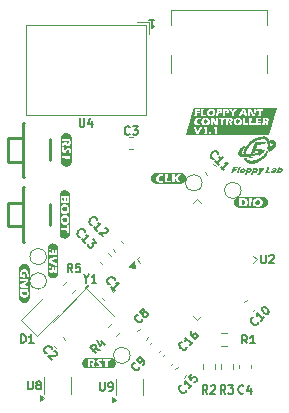
<source format=gbr>
%TF.GenerationSoftware,KiCad,Pcbnew,8.0.2*%
%TF.CreationDate,2024-07-01T07:37:42+02:00*%
%TF.ProjectId,ant control board v1.2,616e7420-636f-46e7-9472-6f6c20626f61,1.1*%
%TF.SameCoordinates,Original*%
%TF.FileFunction,Legend,Top*%
%TF.FilePolarity,Positive*%
%FSLAX46Y46*%
G04 Gerber Fmt 4.6, Leading zero omitted, Abs format (unit mm)*
G04 Created by KiCad (PCBNEW 8.0.2) date 2024-07-01 07:37:42*
%MOMM*%
%LPD*%
G01*
G04 APERTURE LIST*
%ADD10C,0.150000*%
%ADD11C,0.120000*%
%ADD12C,0.000000*%
%ADD13C,0.254000*%
G04 APERTURE END LIST*
D10*
X143256000Y-91059000D02*
X143046287Y-91348260D01*
X143049667Y-90533700D02*
X143049667Y-90867033D01*
X142816333Y-90167033D02*
X143049667Y-90533700D01*
X143049667Y-90533700D02*
X143283000Y-90167033D01*
X143883000Y-90867033D02*
X143483000Y-90867033D01*
X143683000Y-90867033D02*
X143683000Y-90167033D01*
X143683000Y-90167033D02*
X143616333Y-90267033D01*
X143616333Y-90267033D02*
X143549667Y-90333700D01*
X143549667Y-90333700D02*
X143483000Y-90367033D01*
X154823333Y-100265033D02*
X154590000Y-99931700D01*
X154423333Y-100265033D02*
X154423333Y-99565033D01*
X154423333Y-99565033D02*
X154690000Y-99565033D01*
X154690000Y-99565033D02*
X154756667Y-99598366D01*
X154756667Y-99598366D02*
X154790000Y-99631700D01*
X154790000Y-99631700D02*
X154823333Y-99698366D01*
X154823333Y-99698366D02*
X154823333Y-99798366D01*
X154823333Y-99798366D02*
X154790000Y-99865033D01*
X154790000Y-99865033D02*
X154756667Y-99898366D01*
X154756667Y-99898366D02*
X154690000Y-99931700D01*
X154690000Y-99931700D02*
X154423333Y-99931700D01*
X155056667Y-99565033D02*
X155490000Y-99565033D01*
X155490000Y-99565033D02*
X155256667Y-99831700D01*
X155256667Y-99831700D02*
X155356667Y-99831700D01*
X155356667Y-99831700D02*
X155423333Y-99865033D01*
X155423333Y-99865033D02*
X155456667Y-99898366D01*
X155456667Y-99898366D02*
X155490000Y-99965033D01*
X155490000Y-99965033D02*
X155490000Y-100131700D01*
X155490000Y-100131700D02*
X155456667Y-100198366D01*
X155456667Y-100198366D02*
X155423333Y-100231700D01*
X155423333Y-100231700D02*
X155356667Y-100265033D01*
X155356667Y-100265033D02*
X155156667Y-100265033D01*
X155156667Y-100265033D02*
X155090000Y-100231700D01*
X155090000Y-100231700D02*
X155056667Y-100198366D01*
X147540833Y-98048824D02*
X147540833Y-98095964D01*
X147540833Y-98095964D02*
X147493692Y-98190245D01*
X147493692Y-98190245D02*
X147446552Y-98237386D01*
X147446552Y-98237386D02*
X147352271Y-98284526D01*
X147352271Y-98284526D02*
X147257990Y-98284526D01*
X147257990Y-98284526D02*
X147187279Y-98260956D01*
X147187279Y-98260956D02*
X147069428Y-98190245D01*
X147069428Y-98190245D02*
X146998718Y-98119535D01*
X146998718Y-98119535D02*
X146928007Y-98001683D01*
X146928007Y-98001683D02*
X146904437Y-97930973D01*
X146904437Y-97930973D02*
X146904437Y-97836692D01*
X146904437Y-97836692D02*
X146951577Y-97742411D01*
X146951577Y-97742411D02*
X146998718Y-97695271D01*
X146998718Y-97695271D02*
X147092999Y-97648130D01*
X147092999Y-97648130D02*
X147140139Y-97648130D01*
X147823676Y-97860262D02*
X147917956Y-97765981D01*
X147917956Y-97765981D02*
X147941527Y-97695271D01*
X147941527Y-97695271D02*
X147941527Y-97648130D01*
X147941527Y-97648130D02*
X147917956Y-97530279D01*
X147917956Y-97530279D02*
X147847246Y-97412428D01*
X147847246Y-97412428D02*
X147658684Y-97223866D01*
X147658684Y-97223866D02*
X147587973Y-97200296D01*
X147587973Y-97200296D02*
X147540833Y-97200296D01*
X147540833Y-97200296D02*
X147470122Y-97223866D01*
X147470122Y-97223866D02*
X147375841Y-97318147D01*
X147375841Y-97318147D02*
X147352271Y-97388858D01*
X147352271Y-97388858D02*
X147352271Y-97435998D01*
X147352271Y-97435998D02*
X147375841Y-97506709D01*
X147375841Y-97506709D02*
X147493692Y-97624560D01*
X147493692Y-97624560D02*
X147564403Y-97648130D01*
X147564403Y-97648130D02*
X147611543Y-97648130D01*
X147611543Y-97648130D02*
X147682254Y-97624560D01*
X147682254Y-97624560D02*
X147776535Y-97530279D01*
X147776535Y-97530279D02*
X147800105Y-97459568D01*
X147800105Y-97459568D02*
X147800105Y-97412428D01*
X147800105Y-97412428D02*
X147776535Y-97341717D01*
X153299333Y-100265033D02*
X153066000Y-99931700D01*
X152899333Y-100265033D02*
X152899333Y-99565033D01*
X152899333Y-99565033D02*
X153166000Y-99565033D01*
X153166000Y-99565033D02*
X153232667Y-99598366D01*
X153232667Y-99598366D02*
X153266000Y-99631700D01*
X153266000Y-99631700D02*
X153299333Y-99698366D01*
X153299333Y-99698366D02*
X153299333Y-99798366D01*
X153299333Y-99798366D02*
X153266000Y-99865033D01*
X153266000Y-99865033D02*
X153232667Y-99898366D01*
X153232667Y-99898366D02*
X153166000Y-99931700D01*
X153166000Y-99931700D02*
X152899333Y-99931700D01*
X153566000Y-99631700D02*
X153599333Y-99598366D01*
X153599333Y-99598366D02*
X153666000Y-99565033D01*
X153666000Y-99565033D02*
X153832667Y-99565033D01*
X153832667Y-99565033D02*
X153899333Y-99598366D01*
X153899333Y-99598366D02*
X153932667Y-99631700D01*
X153932667Y-99631700D02*
X153966000Y-99698366D01*
X153966000Y-99698366D02*
X153966000Y-99765033D01*
X153966000Y-99765033D02*
X153932667Y-99865033D01*
X153932667Y-99865033D02*
X153532667Y-100265033D01*
X153532667Y-100265033D02*
X153966000Y-100265033D01*
X156347333Y-100198366D02*
X156314000Y-100231700D01*
X156314000Y-100231700D02*
X156214000Y-100265033D01*
X156214000Y-100265033D02*
X156147333Y-100265033D01*
X156147333Y-100265033D02*
X156047333Y-100231700D01*
X156047333Y-100231700D02*
X155980667Y-100165033D01*
X155980667Y-100165033D02*
X155947333Y-100098366D01*
X155947333Y-100098366D02*
X155914000Y-99965033D01*
X155914000Y-99965033D02*
X155914000Y-99865033D01*
X155914000Y-99865033D02*
X155947333Y-99731700D01*
X155947333Y-99731700D02*
X155980667Y-99665033D01*
X155980667Y-99665033D02*
X156047333Y-99598366D01*
X156047333Y-99598366D02*
X156147333Y-99565033D01*
X156147333Y-99565033D02*
X156214000Y-99565033D01*
X156214000Y-99565033D02*
X156314000Y-99598366D01*
X156314000Y-99598366D02*
X156347333Y-99631700D01*
X156947333Y-99798366D02*
X156947333Y-100265033D01*
X156780667Y-99531700D02*
X156614000Y-100031700D01*
X156614000Y-100031700D02*
X157047333Y-100031700D01*
X147794833Y-93984824D02*
X147794833Y-94031964D01*
X147794833Y-94031964D02*
X147747692Y-94126245D01*
X147747692Y-94126245D02*
X147700552Y-94173386D01*
X147700552Y-94173386D02*
X147606271Y-94220526D01*
X147606271Y-94220526D02*
X147511990Y-94220526D01*
X147511990Y-94220526D02*
X147441279Y-94196956D01*
X147441279Y-94196956D02*
X147323428Y-94126245D01*
X147323428Y-94126245D02*
X147252718Y-94055535D01*
X147252718Y-94055535D02*
X147182007Y-93937683D01*
X147182007Y-93937683D02*
X147158437Y-93866973D01*
X147158437Y-93866973D02*
X147158437Y-93772692D01*
X147158437Y-93772692D02*
X147205577Y-93678411D01*
X147205577Y-93678411D02*
X147252718Y-93631271D01*
X147252718Y-93631271D02*
X147346999Y-93584130D01*
X147346999Y-93584130D02*
X147394139Y-93584130D01*
X147841973Y-93466279D02*
X147771263Y-93489849D01*
X147771263Y-93489849D02*
X147724122Y-93489849D01*
X147724122Y-93489849D02*
X147653411Y-93466279D01*
X147653411Y-93466279D02*
X147629841Y-93442709D01*
X147629841Y-93442709D02*
X147606271Y-93371998D01*
X147606271Y-93371998D02*
X147606271Y-93324858D01*
X147606271Y-93324858D02*
X147629841Y-93254147D01*
X147629841Y-93254147D02*
X147724122Y-93159866D01*
X147724122Y-93159866D02*
X147794833Y-93136296D01*
X147794833Y-93136296D02*
X147841973Y-93136296D01*
X147841973Y-93136296D02*
X147912684Y-93159866D01*
X147912684Y-93159866D02*
X147936254Y-93183436D01*
X147936254Y-93183436D02*
X147959824Y-93254147D01*
X147959824Y-93254147D02*
X147959824Y-93301287D01*
X147959824Y-93301287D02*
X147936254Y-93371998D01*
X147936254Y-93371998D02*
X147841973Y-93466279D01*
X147841973Y-93466279D02*
X147818403Y-93536990D01*
X147818403Y-93536990D02*
X147818403Y-93584130D01*
X147818403Y-93584130D02*
X147841973Y-93654841D01*
X147841973Y-93654841D02*
X147936254Y-93749122D01*
X147936254Y-93749122D02*
X148006965Y-93772692D01*
X148006965Y-93772692D02*
X148054105Y-93772692D01*
X148054105Y-93772692D02*
X148124816Y-93749122D01*
X148124816Y-93749122D02*
X148219097Y-93654841D01*
X148219097Y-93654841D02*
X148242667Y-93584130D01*
X148242667Y-93584130D02*
X148242667Y-93536990D01*
X148242667Y-93536990D02*
X148219097Y-93466279D01*
X148219097Y-93466279D02*
X148124816Y-93371998D01*
X148124816Y-93371998D02*
X148054105Y-93348428D01*
X148054105Y-93348428D02*
X148006965Y-93348428D01*
X148006965Y-93348428D02*
X147936254Y-93371998D01*
X142507472Y-86980130D02*
X142460332Y-86980130D01*
X142460332Y-86980130D02*
X142366051Y-86932990D01*
X142366051Y-86932990D02*
X142318911Y-86885849D01*
X142318911Y-86885849D02*
X142271770Y-86791568D01*
X142271770Y-86791568D02*
X142271770Y-86697287D01*
X142271770Y-86697287D02*
X142295340Y-86626577D01*
X142295340Y-86626577D02*
X142366051Y-86508726D01*
X142366051Y-86508726D02*
X142436762Y-86438015D01*
X142436762Y-86438015D02*
X142554613Y-86367304D01*
X142554613Y-86367304D02*
X142625323Y-86343734D01*
X142625323Y-86343734D02*
X142719604Y-86343734D01*
X142719604Y-86343734D02*
X142813885Y-86390874D01*
X142813885Y-86390874D02*
X142861026Y-86438015D01*
X142861026Y-86438015D02*
X142908166Y-86532296D01*
X142908166Y-86532296D02*
X142908166Y-86579436D01*
X142931736Y-87498675D02*
X142648894Y-87215832D01*
X142790315Y-87357254D02*
X143285290Y-86862279D01*
X143285290Y-86862279D02*
X143167439Y-86885849D01*
X143167439Y-86885849D02*
X143073158Y-86885849D01*
X143073158Y-86885849D02*
X143002447Y-86862279D01*
X143591703Y-87168692D02*
X143898116Y-87475105D01*
X143898116Y-87475105D02*
X143544563Y-87498675D01*
X143544563Y-87498675D02*
X143615273Y-87569386D01*
X143615273Y-87569386D02*
X143638843Y-87640097D01*
X143638843Y-87640097D02*
X143638843Y-87687237D01*
X143638843Y-87687237D02*
X143615273Y-87757948D01*
X143615273Y-87757948D02*
X143497422Y-87875799D01*
X143497422Y-87875799D02*
X143426711Y-87899369D01*
X143426711Y-87899369D02*
X143379571Y-87899369D01*
X143379571Y-87899369D02*
X143308860Y-87875799D01*
X143308860Y-87875799D02*
X143167439Y-87734378D01*
X143167439Y-87734378D02*
X143143869Y-87663667D01*
X143143869Y-87663667D02*
X143143869Y-87616526D01*
X138099866Y-99209433D02*
X138099866Y-99776100D01*
X138099866Y-99776100D02*
X138133200Y-99842766D01*
X138133200Y-99842766D02*
X138166533Y-99876100D01*
X138166533Y-99876100D02*
X138233200Y-99909433D01*
X138233200Y-99909433D02*
X138366533Y-99909433D01*
X138366533Y-99909433D02*
X138433200Y-99876100D01*
X138433200Y-99876100D02*
X138466533Y-99842766D01*
X138466533Y-99842766D02*
X138499866Y-99776100D01*
X138499866Y-99776100D02*
X138499866Y-99209433D01*
X138933199Y-99509433D02*
X138866533Y-99476100D01*
X138866533Y-99476100D02*
X138833199Y-99442766D01*
X138833199Y-99442766D02*
X138799866Y-99376100D01*
X138799866Y-99376100D02*
X138799866Y-99342766D01*
X138799866Y-99342766D02*
X138833199Y-99276100D01*
X138833199Y-99276100D02*
X138866533Y-99242766D01*
X138866533Y-99242766D02*
X138933199Y-99209433D01*
X138933199Y-99209433D02*
X139066533Y-99209433D01*
X139066533Y-99209433D02*
X139133199Y-99242766D01*
X139133199Y-99242766D02*
X139166533Y-99276100D01*
X139166533Y-99276100D02*
X139199866Y-99342766D01*
X139199866Y-99342766D02*
X139199866Y-99376100D01*
X139199866Y-99376100D02*
X139166533Y-99442766D01*
X139166533Y-99442766D02*
X139133199Y-99476100D01*
X139133199Y-99476100D02*
X139066533Y-99509433D01*
X139066533Y-99509433D02*
X138933199Y-99509433D01*
X138933199Y-99509433D02*
X138866533Y-99542766D01*
X138866533Y-99542766D02*
X138833199Y-99576100D01*
X138833199Y-99576100D02*
X138799866Y-99642766D01*
X138799866Y-99642766D02*
X138799866Y-99776100D01*
X138799866Y-99776100D02*
X138833199Y-99842766D01*
X138833199Y-99842766D02*
X138866533Y-99876100D01*
X138866533Y-99876100D02*
X138933199Y-99909433D01*
X138933199Y-99909433D02*
X139066533Y-99909433D01*
X139066533Y-99909433D02*
X139133199Y-99876100D01*
X139133199Y-99876100D02*
X139166533Y-99842766D01*
X139166533Y-99842766D02*
X139199866Y-99776100D01*
X139199866Y-99776100D02*
X139199866Y-99642766D01*
X139199866Y-99642766D02*
X139166533Y-99576100D01*
X139166533Y-99576100D02*
X139133199Y-99542766D01*
X139133199Y-99542766D02*
X139066533Y-99509433D01*
X145029175Y-91025833D02*
X144982035Y-91025833D01*
X144982035Y-91025833D02*
X144887754Y-90978692D01*
X144887754Y-90978692D02*
X144840613Y-90931552D01*
X144840613Y-90931552D02*
X144793473Y-90837271D01*
X144793473Y-90837271D02*
X144793473Y-90742990D01*
X144793473Y-90742990D02*
X144817043Y-90672279D01*
X144817043Y-90672279D02*
X144887754Y-90554428D01*
X144887754Y-90554428D02*
X144958464Y-90483718D01*
X144958464Y-90483718D02*
X145076316Y-90413007D01*
X145076316Y-90413007D02*
X145147026Y-90389437D01*
X145147026Y-90389437D02*
X145241307Y-90389437D01*
X145241307Y-90389437D02*
X145335588Y-90436577D01*
X145335588Y-90436577D02*
X145382728Y-90483718D01*
X145382728Y-90483718D02*
X145429869Y-90577999D01*
X145429869Y-90577999D02*
X145429869Y-90625139D01*
X145453439Y-91544378D02*
X145170596Y-91261535D01*
X145312018Y-91402956D02*
X145806993Y-90907982D01*
X145806993Y-90907982D02*
X145689141Y-90931552D01*
X145689141Y-90931552D02*
X145594861Y-90931552D01*
X145594861Y-90931552D02*
X145524150Y-90907982D01*
X142468666Y-76959033D02*
X142468666Y-77525700D01*
X142468666Y-77525700D02*
X142502000Y-77592366D01*
X142502000Y-77592366D02*
X142535333Y-77625700D01*
X142535333Y-77625700D02*
X142602000Y-77659033D01*
X142602000Y-77659033D02*
X142735333Y-77659033D01*
X142735333Y-77659033D02*
X142802000Y-77625700D01*
X142802000Y-77625700D02*
X142835333Y-77592366D01*
X142835333Y-77592366D02*
X142868666Y-77525700D01*
X142868666Y-77525700D02*
X142868666Y-76959033D01*
X143501999Y-77192366D02*
X143501999Y-77659033D01*
X143335333Y-76925700D02*
X143168666Y-77425700D01*
X143168666Y-77425700D02*
X143601999Y-77425700D01*
X148379982Y-68651466D02*
X148779982Y-68651466D01*
X148579982Y-68651466D02*
X148579982Y-69351466D01*
X148579982Y-69351466D02*
X148646649Y-69251466D01*
X148646649Y-69251466D02*
X148713316Y-69184800D01*
X148713316Y-69184800D02*
X148779982Y-69151466D01*
X143523472Y-85964130D02*
X143476332Y-85964130D01*
X143476332Y-85964130D02*
X143382051Y-85916990D01*
X143382051Y-85916990D02*
X143334911Y-85869849D01*
X143334911Y-85869849D02*
X143287770Y-85775568D01*
X143287770Y-85775568D02*
X143287770Y-85681287D01*
X143287770Y-85681287D02*
X143311340Y-85610577D01*
X143311340Y-85610577D02*
X143382051Y-85492726D01*
X143382051Y-85492726D02*
X143452762Y-85422015D01*
X143452762Y-85422015D02*
X143570613Y-85351304D01*
X143570613Y-85351304D02*
X143641323Y-85327734D01*
X143641323Y-85327734D02*
X143735604Y-85327734D01*
X143735604Y-85327734D02*
X143829885Y-85374874D01*
X143829885Y-85374874D02*
X143877026Y-85422015D01*
X143877026Y-85422015D02*
X143924166Y-85516296D01*
X143924166Y-85516296D02*
X143924166Y-85563436D01*
X143947736Y-86482675D02*
X143664894Y-86199832D01*
X143806315Y-86341254D02*
X144301290Y-85846279D01*
X144301290Y-85846279D02*
X144183439Y-85869849D01*
X144183439Y-85869849D02*
X144089158Y-85869849D01*
X144089158Y-85869849D02*
X144018447Y-85846279D01*
X144584133Y-86223403D02*
X144631273Y-86223403D01*
X144631273Y-86223403D02*
X144701984Y-86246973D01*
X144701984Y-86246973D02*
X144819835Y-86364824D01*
X144819835Y-86364824D02*
X144843405Y-86435535D01*
X144843405Y-86435535D02*
X144843405Y-86482675D01*
X144843405Y-86482675D02*
X144819835Y-86553386D01*
X144819835Y-86553386D02*
X144772695Y-86600526D01*
X144772695Y-86600526D02*
X144678414Y-86647667D01*
X144678414Y-86647667D02*
X144112728Y-86647667D01*
X144112728Y-86647667D02*
X144419141Y-86954080D01*
X144158973Y-96571964D02*
X143758279Y-96501254D01*
X143876131Y-96854807D02*
X143381156Y-96359832D01*
X143381156Y-96359832D02*
X143569718Y-96171271D01*
X143569718Y-96171271D02*
X143640428Y-96147700D01*
X143640428Y-96147700D02*
X143687569Y-96147700D01*
X143687569Y-96147700D02*
X143758279Y-96171271D01*
X143758279Y-96171271D02*
X143828990Y-96241981D01*
X143828990Y-96241981D02*
X143852560Y-96312692D01*
X143852560Y-96312692D02*
X143852560Y-96359832D01*
X143852560Y-96359832D02*
X143828990Y-96430543D01*
X143828990Y-96430543D02*
X143640428Y-96619105D01*
X144253254Y-95817717D02*
X144583237Y-96147700D01*
X143946841Y-95747006D02*
X144182543Y-96218411D01*
X144182543Y-96218411D02*
X144488956Y-95911998D01*
X139695175Y-96867833D02*
X139648035Y-96867833D01*
X139648035Y-96867833D02*
X139553754Y-96820692D01*
X139553754Y-96820692D02*
X139506613Y-96773552D01*
X139506613Y-96773552D02*
X139459473Y-96679271D01*
X139459473Y-96679271D02*
X139459473Y-96584990D01*
X139459473Y-96584990D02*
X139483043Y-96514279D01*
X139483043Y-96514279D02*
X139553754Y-96396428D01*
X139553754Y-96396428D02*
X139624464Y-96325718D01*
X139624464Y-96325718D02*
X139742316Y-96255007D01*
X139742316Y-96255007D02*
X139813026Y-96231437D01*
X139813026Y-96231437D02*
X139907307Y-96231437D01*
X139907307Y-96231437D02*
X140001588Y-96278577D01*
X140001588Y-96278577D02*
X140048728Y-96325718D01*
X140048728Y-96325718D02*
X140095869Y-96419999D01*
X140095869Y-96419999D02*
X140095869Y-96467139D01*
X140284431Y-96655701D02*
X140331571Y-96655701D01*
X140331571Y-96655701D02*
X140402282Y-96679271D01*
X140402282Y-96679271D02*
X140520133Y-96797122D01*
X140520133Y-96797122D02*
X140543703Y-96867833D01*
X140543703Y-96867833D02*
X140543703Y-96914973D01*
X140543703Y-96914973D02*
X140520133Y-96985684D01*
X140520133Y-96985684D02*
X140472993Y-97032824D01*
X140472993Y-97032824D02*
X140378712Y-97079965D01*
X140378712Y-97079965D02*
X139813026Y-97079965D01*
X139813026Y-97079965D02*
X140119439Y-97386378D01*
X156652133Y-96023233D02*
X156418800Y-95689900D01*
X156252133Y-96023233D02*
X156252133Y-95323233D01*
X156252133Y-95323233D02*
X156518800Y-95323233D01*
X156518800Y-95323233D02*
X156585467Y-95356566D01*
X156585467Y-95356566D02*
X156618800Y-95389900D01*
X156618800Y-95389900D02*
X156652133Y-95456566D01*
X156652133Y-95456566D02*
X156652133Y-95556566D01*
X156652133Y-95556566D02*
X156618800Y-95623233D01*
X156618800Y-95623233D02*
X156585467Y-95656566D01*
X156585467Y-95656566D02*
X156518800Y-95689900D01*
X156518800Y-95689900D02*
X156252133Y-95689900D01*
X157318800Y-96023233D02*
X156918800Y-96023233D01*
X157118800Y-96023233D02*
X157118800Y-95323233D01*
X157118800Y-95323233D02*
X157052133Y-95423233D01*
X157052133Y-95423233D02*
X156985467Y-95489900D01*
X156985467Y-95489900D02*
X156918800Y-95523233D01*
X151546930Y-96303327D02*
X151546930Y-96350467D01*
X151546930Y-96350467D02*
X151499790Y-96444748D01*
X151499790Y-96444748D02*
X151452649Y-96491888D01*
X151452649Y-96491888D02*
X151358368Y-96539029D01*
X151358368Y-96539029D02*
X151264087Y-96539029D01*
X151264087Y-96539029D02*
X151193377Y-96515459D01*
X151193377Y-96515459D02*
X151075526Y-96444748D01*
X151075526Y-96444748D02*
X151004815Y-96374037D01*
X151004815Y-96374037D02*
X150934104Y-96256186D01*
X150934104Y-96256186D02*
X150910534Y-96185476D01*
X150910534Y-96185476D02*
X150910534Y-96091195D01*
X150910534Y-96091195D02*
X150957674Y-95996914D01*
X150957674Y-95996914D02*
X151004815Y-95949773D01*
X151004815Y-95949773D02*
X151099096Y-95902633D01*
X151099096Y-95902633D02*
X151146236Y-95902633D01*
X152065475Y-95879063D02*
X151782632Y-96161905D01*
X151924054Y-96020484D02*
X151429079Y-95525509D01*
X151429079Y-95525509D02*
X151452649Y-95643360D01*
X151452649Y-95643360D02*
X151452649Y-95737641D01*
X151452649Y-95737641D02*
X151429079Y-95808352D01*
X151994765Y-94959824D02*
X151900484Y-95054104D01*
X151900484Y-95054104D02*
X151876913Y-95124815D01*
X151876913Y-95124815D02*
X151876913Y-95171956D01*
X151876913Y-95171956D02*
X151900484Y-95289807D01*
X151900484Y-95289807D02*
X151971194Y-95407658D01*
X151971194Y-95407658D02*
X152159756Y-95596220D01*
X152159756Y-95596220D02*
X152230467Y-95619790D01*
X152230467Y-95619790D02*
X152277607Y-95619790D01*
X152277607Y-95619790D02*
X152348318Y-95596220D01*
X152348318Y-95596220D02*
X152442599Y-95501939D01*
X152442599Y-95501939D02*
X152466169Y-95431228D01*
X152466169Y-95431228D02*
X152466169Y-95384088D01*
X152466169Y-95384088D02*
X152442599Y-95313377D01*
X152442599Y-95313377D02*
X152324748Y-95195526D01*
X152324748Y-95195526D02*
X152254037Y-95171956D01*
X152254037Y-95171956D02*
X152206897Y-95171956D01*
X152206897Y-95171956D02*
X152136186Y-95195526D01*
X152136186Y-95195526D02*
X152041905Y-95289807D01*
X152041905Y-95289807D02*
X152018335Y-95360517D01*
X152018335Y-95360517D02*
X152018335Y-95407658D01*
X152018335Y-95407658D02*
X152041905Y-95478369D01*
X151496130Y-99960927D02*
X151496130Y-100008067D01*
X151496130Y-100008067D02*
X151448990Y-100102348D01*
X151448990Y-100102348D02*
X151401849Y-100149488D01*
X151401849Y-100149488D02*
X151307568Y-100196629D01*
X151307568Y-100196629D02*
X151213287Y-100196629D01*
X151213287Y-100196629D02*
X151142577Y-100173059D01*
X151142577Y-100173059D02*
X151024726Y-100102348D01*
X151024726Y-100102348D02*
X150954015Y-100031637D01*
X150954015Y-100031637D02*
X150883304Y-99913786D01*
X150883304Y-99913786D02*
X150859734Y-99843076D01*
X150859734Y-99843076D02*
X150859734Y-99748795D01*
X150859734Y-99748795D02*
X150906874Y-99654514D01*
X150906874Y-99654514D02*
X150954015Y-99607373D01*
X150954015Y-99607373D02*
X151048296Y-99560233D01*
X151048296Y-99560233D02*
X151095436Y-99560233D01*
X152014675Y-99536663D02*
X151731832Y-99819505D01*
X151873254Y-99678084D02*
X151378279Y-99183109D01*
X151378279Y-99183109D02*
X151401849Y-99300960D01*
X151401849Y-99300960D02*
X151401849Y-99395241D01*
X151401849Y-99395241D02*
X151378279Y-99465952D01*
X151967535Y-98593853D02*
X151731833Y-98829556D01*
X151731833Y-98829556D02*
X151943965Y-99088828D01*
X151943965Y-99088828D02*
X151943965Y-99041688D01*
X151943965Y-99041688D02*
X151967535Y-98970977D01*
X151967535Y-98970977D02*
X152085386Y-98853126D01*
X152085386Y-98853126D02*
X152156097Y-98829556D01*
X152156097Y-98829556D02*
X152203237Y-98829556D01*
X152203237Y-98829556D02*
X152273948Y-98853126D01*
X152273948Y-98853126D02*
X152391799Y-98970977D01*
X152391799Y-98970977D02*
X152415369Y-99041688D01*
X152415369Y-99041688D02*
X152415369Y-99088828D01*
X152415369Y-99088828D02*
X152391799Y-99159539D01*
X152391799Y-99159539D02*
X152273948Y-99277390D01*
X152273948Y-99277390D02*
X152203237Y-99300960D01*
X152203237Y-99300960D02*
X152156097Y-99300960D01*
X157592130Y-94220527D02*
X157592130Y-94267667D01*
X157592130Y-94267667D02*
X157544990Y-94361948D01*
X157544990Y-94361948D02*
X157497849Y-94409088D01*
X157497849Y-94409088D02*
X157403568Y-94456229D01*
X157403568Y-94456229D02*
X157309287Y-94456229D01*
X157309287Y-94456229D02*
X157238577Y-94432659D01*
X157238577Y-94432659D02*
X157120726Y-94361948D01*
X157120726Y-94361948D02*
X157050015Y-94291237D01*
X157050015Y-94291237D02*
X156979304Y-94173386D01*
X156979304Y-94173386D02*
X156955734Y-94102676D01*
X156955734Y-94102676D02*
X156955734Y-94008395D01*
X156955734Y-94008395D02*
X157002874Y-93914114D01*
X157002874Y-93914114D02*
X157050015Y-93866973D01*
X157050015Y-93866973D02*
X157144296Y-93819833D01*
X157144296Y-93819833D02*
X157191436Y-93819833D01*
X158110675Y-93796263D02*
X157827832Y-94079105D01*
X157969254Y-93937684D02*
X157474279Y-93442709D01*
X157474279Y-93442709D02*
X157497849Y-93560560D01*
X157497849Y-93560560D02*
X157497849Y-93654841D01*
X157497849Y-93654841D02*
X157474279Y-93725552D01*
X157922113Y-92994875D02*
X157969254Y-92947734D01*
X157969254Y-92947734D02*
X158039965Y-92924164D01*
X158039965Y-92924164D02*
X158087105Y-92924164D01*
X158087105Y-92924164D02*
X158157816Y-92947734D01*
X158157816Y-92947734D02*
X158275667Y-93018445D01*
X158275667Y-93018445D02*
X158393518Y-93136296D01*
X158393518Y-93136296D02*
X158464229Y-93254147D01*
X158464229Y-93254147D02*
X158487799Y-93324858D01*
X158487799Y-93324858D02*
X158487799Y-93371998D01*
X158487799Y-93371998D02*
X158464229Y-93442709D01*
X158464229Y-93442709D02*
X158417088Y-93489849D01*
X158417088Y-93489849D02*
X158346378Y-93513420D01*
X158346378Y-93513420D02*
X158299237Y-93513420D01*
X158299237Y-93513420D02*
X158228526Y-93489849D01*
X158228526Y-93489849D02*
X158110675Y-93419139D01*
X158110675Y-93419139D02*
X157992824Y-93301288D01*
X157992824Y-93301288D02*
X157922113Y-93183436D01*
X157922113Y-93183436D02*
X157898543Y-93112726D01*
X157898543Y-93112726D02*
X157898543Y-93065585D01*
X157898543Y-93065585D02*
X157922113Y-92994875D01*
X141869333Y-89978033D02*
X141636000Y-89644700D01*
X141469333Y-89978033D02*
X141469333Y-89278033D01*
X141469333Y-89278033D02*
X141736000Y-89278033D01*
X141736000Y-89278033D02*
X141802667Y-89311366D01*
X141802667Y-89311366D02*
X141836000Y-89344700D01*
X141836000Y-89344700D02*
X141869333Y-89411366D01*
X141869333Y-89411366D02*
X141869333Y-89511366D01*
X141869333Y-89511366D02*
X141836000Y-89578033D01*
X141836000Y-89578033D02*
X141802667Y-89611366D01*
X141802667Y-89611366D02*
X141736000Y-89644700D01*
X141736000Y-89644700D02*
X141469333Y-89644700D01*
X142502667Y-89278033D02*
X142169333Y-89278033D01*
X142169333Y-89278033D02*
X142136000Y-89611366D01*
X142136000Y-89611366D02*
X142169333Y-89578033D01*
X142169333Y-89578033D02*
X142236000Y-89544700D01*
X142236000Y-89544700D02*
X142402667Y-89544700D01*
X142402667Y-89544700D02*
X142469333Y-89578033D01*
X142469333Y-89578033D02*
X142502667Y-89611366D01*
X142502667Y-89611366D02*
X142536000Y-89678033D01*
X142536000Y-89678033D02*
X142536000Y-89844700D01*
X142536000Y-89844700D02*
X142502667Y-89911366D01*
X142502667Y-89911366D02*
X142469333Y-89944700D01*
X142469333Y-89944700D02*
X142402667Y-89978033D01*
X142402667Y-89978033D02*
X142236000Y-89978033D01*
X142236000Y-89978033D02*
X142169333Y-89944700D01*
X142169333Y-89944700D02*
X142136000Y-89911366D01*
X153810472Y-80376130D02*
X153763332Y-80376130D01*
X153763332Y-80376130D02*
X153669051Y-80328990D01*
X153669051Y-80328990D02*
X153621911Y-80281849D01*
X153621911Y-80281849D02*
X153574770Y-80187568D01*
X153574770Y-80187568D02*
X153574770Y-80093287D01*
X153574770Y-80093287D02*
X153598340Y-80022577D01*
X153598340Y-80022577D02*
X153669051Y-79904726D01*
X153669051Y-79904726D02*
X153739762Y-79834015D01*
X153739762Y-79834015D02*
X153857613Y-79763304D01*
X153857613Y-79763304D02*
X153928323Y-79739734D01*
X153928323Y-79739734D02*
X154022604Y-79739734D01*
X154022604Y-79739734D02*
X154116885Y-79786874D01*
X154116885Y-79786874D02*
X154164026Y-79834015D01*
X154164026Y-79834015D02*
X154211166Y-79928296D01*
X154211166Y-79928296D02*
X154211166Y-79975436D01*
X154234736Y-80894675D02*
X153951894Y-80611832D01*
X154093315Y-80753254D02*
X154588290Y-80258279D01*
X154588290Y-80258279D02*
X154470439Y-80281849D01*
X154470439Y-80281849D02*
X154376158Y-80281849D01*
X154376158Y-80281849D02*
X154305447Y-80258279D01*
X154706141Y-81366080D02*
X154423298Y-81083237D01*
X154564720Y-81224658D02*
X155059695Y-80729684D01*
X155059695Y-80729684D02*
X154941843Y-80753254D01*
X154941843Y-80753254D02*
X154847563Y-80753254D01*
X154847563Y-80753254D02*
X154776852Y-80729684D01*
X144195866Y-99311033D02*
X144195866Y-99877700D01*
X144195866Y-99877700D02*
X144229200Y-99944366D01*
X144229200Y-99944366D02*
X144262533Y-99977700D01*
X144262533Y-99977700D02*
X144329200Y-100011033D01*
X144329200Y-100011033D02*
X144462533Y-100011033D01*
X144462533Y-100011033D02*
X144529200Y-99977700D01*
X144529200Y-99977700D02*
X144562533Y-99944366D01*
X144562533Y-99944366D02*
X144595866Y-99877700D01*
X144595866Y-99877700D02*
X144595866Y-99311033D01*
X144962533Y-100011033D02*
X145095866Y-100011033D01*
X145095866Y-100011033D02*
X145162533Y-99977700D01*
X145162533Y-99977700D02*
X145195866Y-99944366D01*
X145195866Y-99944366D02*
X145262533Y-99844366D01*
X145262533Y-99844366D02*
X145295866Y-99711033D01*
X145295866Y-99711033D02*
X145295866Y-99444366D01*
X145295866Y-99444366D02*
X145262533Y-99377700D01*
X145262533Y-99377700D02*
X145229199Y-99344366D01*
X145229199Y-99344366D02*
X145162533Y-99311033D01*
X145162533Y-99311033D02*
X145029199Y-99311033D01*
X145029199Y-99311033D02*
X144962533Y-99344366D01*
X144962533Y-99344366D02*
X144929199Y-99377700D01*
X144929199Y-99377700D02*
X144895866Y-99444366D01*
X144895866Y-99444366D02*
X144895866Y-99611033D01*
X144895866Y-99611033D02*
X144929199Y-99677700D01*
X144929199Y-99677700D02*
X144962533Y-99711033D01*
X144962533Y-99711033D02*
X145029199Y-99744366D01*
X145029199Y-99744366D02*
X145162533Y-99744366D01*
X145162533Y-99744366D02*
X145229199Y-99711033D01*
X145229199Y-99711033D02*
X145262533Y-99677700D01*
X145262533Y-99677700D02*
X145295866Y-99611033D01*
X146720733Y-78278166D02*
X146687400Y-78311500D01*
X146687400Y-78311500D02*
X146587400Y-78344833D01*
X146587400Y-78344833D02*
X146520733Y-78344833D01*
X146520733Y-78344833D02*
X146420733Y-78311500D01*
X146420733Y-78311500D02*
X146354067Y-78244833D01*
X146354067Y-78244833D02*
X146320733Y-78178166D01*
X146320733Y-78178166D02*
X146287400Y-78044833D01*
X146287400Y-78044833D02*
X146287400Y-77944833D01*
X146287400Y-77944833D02*
X146320733Y-77811500D01*
X146320733Y-77811500D02*
X146354067Y-77744833D01*
X146354067Y-77744833D02*
X146420733Y-77678166D01*
X146420733Y-77678166D02*
X146520733Y-77644833D01*
X146520733Y-77644833D02*
X146587400Y-77644833D01*
X146587400Y-77644833D02*
X146687400Y-77678166D01*
X146687400Y-77678166D02*
X146720733Y-77711500D01*
X146954067Y-77644833D02*
X147387400Y-77644833D01*
X147387400Y-77644833D02*
X147154067Y-77911500D01*
X147154067Y-77911500D02*
X147254067Y-77911500D01*
X147254067Y-77911500D02*
X147320733Y-77944833D01*
X147320733Y-77944833D02*
X147354067Y-77978166D01*
X147354067Y-77978166D02*
X147387400Y-78044833D01*
X147387400Y-78044833D02*
X147387400Y-78211500D01*
X147387400Y-78211500D02*
X147354067Y-78278166D01*
X147354067Y-78278166D02*
X147320733Y-78311500D01*
X147320733Y-78311500D02*
X147254067Y-78344833D01*
X147254067Y-78344833D02*
X147054067Y-78344833D01*
X147054067Y-78344833D02*
X146987400Y-78311500D01*
X146987400Y-78311500D02*
X146954067Y-78278166D01*
X157835665Y-88516033D02*
X157835665Y-89082700D01*
X157835665Y-89082700D02*
X157868999Y-89149366D01*
X157868999Y-89149366D02*
X157902332Y-89182700D01*
X157902332Y-89182700D02*
X157968999Y-89216033D01*
X157968999Y-89216033D02*
X158102332Y-89216033D01*
X158102332Y-89216033D02*
X158168999Y-89182700D01*
X158168999Y-89182700D02*
X158202332Y-89149366D01*
X158202332Y-89149366D02*
X158235665Y-89082700D01*
X158235665Y-89082700D02*
X158235665Y-88516033D01*
X158535665Y-88582700D02*
X158568998Y-88549366D01*
X158568998Y-88549366D02*
X158635665Y-88516033D01*
X158635665Y-88516033D02*
X158802332Y-88516033D01*
X158802332Y-88516033D02*
X158868998Y-88549366D01*
X158868998Y-88549366D02*
X158902332Y-88582700D01*
X158902332Y-88582700D02*
X158935665Y-88649366D01*
X158935665Y-88649366D02*
X158935665Y-88716033D01*
X158935665Y-88716033D02*
X158902332Y-88816033D01*
X158902332Y-88816033D02*
X158502332Y-89216033D01*
X158502332Y-89216033D02*
X158935665Y-89216033D01*
X137532332Y-95947033D02*
X137532332Y-95247033D01*
X137532332Y-95247033D02*
X137698999Y-95247033D01*
X137698999Y-95247033D02*
X137798999Y-95280366D01*
X137798999Y-95280366D02*
X137865666Y-95347033D01*
X137865666Y-95347033D02*
X137898999Y-95413700D01*
X137898999Y-95413700D02*
X137932332Y-95547033D01*
X137932332Y-95547033D02*
X137932332Y-95647033D01*
X137932332Y-95647033D02*
X137898999Y-95780366D01*
X137898999Y-95780366D02*
X137865666Y-95847033D01*
X137865666Y-95847033D02*
X137798999Y-95913700D01*
X137798999Y-95913700D02*
X137698999Y-95947033D01*
X137698999Y-95947033D02*
X137532332Y-95947033D01*
X138598999Y-95947033D02*
X138198999Y-95947033D01*
X138398999Y-95947033D02*
X138398999Y-95247033D01*
X138398999Y-95247033D02*
X138332332Y-95347033D01*
X138332332Y-95347033D02*
X138265666Y-95413700D01*
X138265666Y-95413700D02*
X138198999Y-95447033D01*
D11*
%TO.C,Y1*%
X145379740Y-93681713D02*
X143046287Y-91348260D01*
X143046287Y-91348260D02*
X140217860Y-94176687D01*
%TO.C,R3*%
X155462500Y-97730542D02*
X155462500Y-98205058D01*
X154417500Y-97730542D02*
X154417500Y-98205058D01*
%TO.C,C9*%
X149354830Y-96578019D02*
X149156019Y-96776830D01*
X148633581Y-95856770D02*
X148434770Y-96055581D01*
%TO.C,R2*%
X153938500Y-97730542D02*
X153938500Y-98205058D01*
X152893500Y-97730542D02*
X152893500Y-98205058D01*
%TO.C,C4*%
X156974000Y-97827220D02*
X156974000Y-98108380D01*
X155954000Y-97827220D02*
X155954000Y-98108380D01*
%TO.C,C8*%
X148288030Y-95511219D02*
X148089219Y-95710030D01*
X147566781Y-94789970D02*
X147367970Y-94988781D01*
%TO.C,C13*%
X145113030Y-88587981D02*
X144914219Y-88389170D01*
X144391781Y-89309230D02*
X144192970Y-89110419D01*
D12*
%TO.C,kibuzzard-667D9F0F*%
G36*
X158015253Y-83625316D02*
G01*
X158059019Y-83631808D01*
X158101938Y-83642559D01*
X158143596Y-83657465D01*
X158183593Y-83676382D01*
X158221543Y-83699128D01*
X158257081Y-83725485D01*
X158289864Y-83755198D01*
X158319577Y-83787981D01*
X158345934Y-83823519D01*
X158368680Y-83861469D01*
X158387597Y-83901465D01*
X158402503Y-83943124D01*
X158413253Y-83986043D01*
X158419746Y-84029809D01*
X158421917Y-84074000D01*
X158419746Y-84118191D01*
X158413253Y-84161957D01*
X158402503Y-84204876D01*
X158387597Y-84246535D01*
X158368680Y-84286531D01*
X158345934Y-84324481D01*
X158319577Y-84360019D01*
X158289864Y-84392802D01*
X158257081Y-84422515D01*
X158221543Y-84448872D01*
X158183593Y-84471618D01*
X158143596Y-84490535D01*
X158101938Y-84505441D01*
X158059019Y-84516192D01*
X158015253Y-84522684D01*
X157971062Y-84524855D01*
X157970974Y-84524855D01*
X157542256Y-84524855D01*
X156786359Y-84524855D01*
X155973026Y-84524855D01*
X155972938Y-84524855D01*
X155928747Y-84522684D01*
X155884981Y-84516192D01*
X155842062Y-84505441D01*
X155800403Y-84490535D01*
X155760407Y-84471618D01*
X155722457Y-84448872D01*
X155688921Y-84424000D01*
X155973026Y-84424000D01*
X156029564Y-84422846D01*
X156067897Y-84422462D01*
X156275077Y-84424000D01*
X156786359Y-84424000D01*
X156865590Y-84423231D01*
X156912513Y-84422974D01*
X157017641Y-84424000D01*
X157017983Y-84361123D01*
X157019009Y-84290097D01*
X157020718Y-84210923D01*
X157022513Y-84147317D01*
X157024585Y-84088103D01*
X157129949Y-84088103D01*
X157136103Y-84161051D01*
X157154564Y-84227077D01*
X157187705Y-84286756D01*
X157237897Y-84340667D01*
X157301808Y-84384641D01*
X157376103Y-84414513D01*
X157457385Y-84431628D01*
X157542256Y-84437333D01*
X157628282Y-84431500D01*
X157710974Y-84414000D01*
X157786359Y-84383936D01*
X157850462Y-84340410D01*
X157902064Y-84284705D01*
X157939949Y-84218103D01*
X157963218Y-84142526D01*
X157970974Y-84059897D01*
X157963923Y-83982590D01*
X157942769Y-83914769D01*
X157907385Y-83855346D01*
X157857641Y-83803231D01*
X157795974Y-83761372D01*
X157724820Y-83732718D01*
X157647385Y-83716179D01*
X157566872Y-83710667D01*
X157484279Y-83715966D01*
X157407442Y-83731863D01*
X157336359Y-83758359D01*
X157273738Y-83794285D01*
X157222285Y-83838473D01*
X157182000Y-83890923D01*
X157153083Y-83950553D01*
X157135732Y-84016279D01*
X157129949Y-84088103D01*
X157024585Y-84088103D01*
X157024820Y-84081372D01*
X157027641Y-84013087D01*
X157030974Y-83942462D01*
X157035134Y-83872376D01*
X157040091Y-83799556D01*
X157045846Y-83724000D01*
X156970077Y-83724769D01*
X156935590Y-83725026D01*
X156890462Y-83724769D01*
X156815590Y-83724000D01*
X156816103Y-83790154D01*
X156815638Y-83848631D01*
X156814244Y-83913038D01*
X156811920Y-83983375D01*
X156808667Y-84059641D01*
X156804484Y-84141837D01*
X156799372Y-84229962D01*
X156793330Y-84324016D01*
X156786359Y-84424000D01*
X156275077Y-84424000D01*
X156341615Y-84422462D01*
X156400718Y-84417846D01*
X156479179Y-84402974D01*
X156536103Y-84377333D01*
X156603538Y-84324256D01*
X156631167Y-84290218D01*
X156655077Y-84250154D01*
X156674692Y-84204449D01*
X156689436Y-84153487D01*
X156698667Y-84098808D01*
X156701744Y-84041949D01*
X156697769Y-83983808D01*
X156685846Y-83927333D01*
X156666359Y-83875218D01*
X156639692Y-83830154D01*
X156605782Y-83792590D01*
X156564564Y-83762974D01*
X156517962Y-83741692D01*
X156467897Y-83729128D01*
X156411872Y-83722974D01*
X156347385Y-83720923D01*
X156285333Y-83721500D01*
X156219179Y-83723231D01*
X156157513Y-83724962D01*
X156108923Y-83725538D01*
X156061231Y-83725154D01*
X156005333Y-83724000D01*
X156005333Y-83784000D01*
X156004820Y-83828615D01*
X156003282Y-83889299D01*
X156000718Y-83966051D01*
X155997641Y-84045282D01*
X155994564Y-84116821D01*
X155991487Y-84180667D01*
X155988410Y-84236821D01*
X155984877Y-84288843D01*
X155979749Y-84351236D01*
X155973026Y-84424000D01*
X155688921Y-84424000D01*
X155686919Y-84422515D01*
X155654136Y-84392802D01*
X155624423Y-84360019D01*
X155598066Y-84324481D01*
X155575320Y-84286531D01*
X155556403Y-84246535D01*
X155541497Y-84204876D01*
X155530747Y-84161957D01*
X155524254Y-84118191D01*
X155522083Y-84074000D01*
X155524254Y-84029809D01*
X155530747Y-83986043D01*
X155541497Y-83943124D01*
X155556403Y-83901465D01*
X155575320Y-83861469D01*
X155598066Y-83823519D01*
X155624423Y-83787981D01*
X155654136Y-83755198D01*
X155686919Y-83725485D01*
X155722457Y-83699128D01*
X155760407Y-83676382D01*
X155800403Y-83657465D01*
X155842062Y-83642559D01*
X155884981Y-83631808D01*
X155928747Y-83625316D01*
X155972938Y-83623145D01*
X155973026Y-83623145D01*
X157970974Y-83623145D01*
X157971062Y-83623145D01*
X158015253Y-83625316D01*
G37*
G36*
X157610718Y-83871436D02*
G01*
X157658154Y-83890667D01*
X157697385Y-83921500D01*
X157725846Y-83962718D01*
X157743154Y-84011244D01*
X157748923Y-84064000D01*
X157742705Y-84119192D01*
X157724051Y-84171949D01*
X157693538Y-84217718D01*
X157651744Y-84251949D01*
X157601936Y-84273295D01*
X157547385Y-84280410D01*
X157495462Y-84274064D01*
X157446359Y-84255026D01*
X157404756Y-84224705D01*
X157375333Y-84184513D01*
X157357833Y-84137077D01*
X157352000Y-84085026D01*
X157358410Y-84027910D01*
X157377641Y-83974513D01*
X157408795Y-83928615D01*
X157450974Y-83894000D01*
X157501487Y-83872269D01*
X157557641Y-83865026D01*
X157610718Y-83871436D01*
G37*
G36*
X156355654Y-83875282D02*
G01*
X156398923Y-83887590D01*
X156457641Y-83945795D01*
X156474179Y-83992397D01*
X156479692Y-84048615D01*
X156475974Y-84097782D01*
X156464820Y-84145795D01*
X156445910Y-84188936D01*
X156418923Y-84223487D01*
X156346872Y-84262974D01*
X156303026Y-84269897D01*
X156253538Y-84272205D01*
X156194564Y-84269641D01*
X156212000Y-83874256D01*
X156299179Y-83871179D01*
X156355654Y-83875282D01*
G37*
%TO.C,G\u002A\u002A\u002A*%
G36*
X156493187Y-79274827D02*
G01*
X156494048Y-79289543D01*
X156483835Y-79315399D01*
X156463076Y-79353383D01*
X156458378Y-79361385D01*
X156436163Y-79400145D01*
X156412640Y-79443054D01*
X156392587Y-79481379D01*
X156391075Y-79484385D01*
X156365606Y-79527597D01*
X156334961Y-79568276D01*
X156318569Y-79586000D01*
X156276481Y-79635335D01*
X156244490Y-79689251D01*
X156222866Y-79745402D01*
X156211880Y-79801441D01*
X156211802Y-79855023D01*
X156222901Y-79903799D01*
X156245449Y-79945424D01*
X156273968Y-79973542D01*
X156289962Y-79984946D01*
X156305020Y-79994144D01*
X156321080Y-80001369D01*
X156340075Y-80006854D01*
X156363942Y-80010832D01*
X156394617Y-80013538D01*
X156434036Y-80015204D01*
X156484132Y-80016064D01*
X156546844Y-80016352D01*
X156624106Y-80016300D01*
X156628482Y-80016293D01*
X156703728Y-80016099D01*
X156764953Y-80015704D01*
X156814721Y-80014960D01*
X156855598Y-80013716D01*
X156890146Y-80011823D01*
X156920931Y-80009131D01*
X156950517Y-80005492D01*
X156981469Y-80000756D01*
X157016349Y-79994773D01*
X157025456Y-79993158D01*
X157087479Y-79981594D01*
X157153512Y-79968338D01*
X157221535Y-79953884D01*
X157289528Y-79938724D01*
X157355473Y-79923351D01*
X157417350Y-79908259D01*
X157473140Y-79893940D01*
X157520824Y-79880887D01*
X157558382Y-79869594D01*
X157583795Y-79860552D01*
X157595044Y-79854256D01*
X157595167Y-79854074D01*
X157594957Y-79843435D01*
X157590728Y-79820729D01*
X157583269Y-79789763D01*
X157577366Y-79768083D01*
X157567117Y-79730202D01*
X157561753Y-79704837D01*
X157560857Y-79688786D01*
X157564015Y-79678849D01*
X157565538Y-79676765D01*
X157570122Y-79673376D01*
X157578726Y-79670680D01*
X157592964Y-79668618D01*
X157614453Y-79667135D01*
X157644809Y-79666176D01*
X157685649Y-79665684D01*
X157738589Y-79665602D01*
X157805246Y-79665875D01*
X157867244Y-79666294D01*
X157944336Y-79666889D01*
X158006459Y-79667474D01*
X158055229Y-79668158D01*
X158092261Y-79669049D01*
X158119172Y-79670256D01*
X158137576Y-79671889D01*
X158149091Y-79674056D01*
X158155330Y-79676866D01*
X158157911Y-79680428D01*
X158158448Y-79684851D01*
X158158453Y-79685920D01*
X158152548Y-79697374D01*
X158134946Y-79720222D01*
X158105819Y-79754268D01*
X158065336Y-79799320D01*
X158013668Y-79855184D01*
X157950986Y-79921666D01*
X157948455Y-79924330D01*
X157900440Y-79974626D01*
X157855846Y-80020905D01*
X157815993Y-80061831D01*
X157782200Y-80096067D01*
X157755783Y-80122279D01*
X157738064Y-80139131D01*
X157730359Y-80145287D01*
X157730296Y-80145292D01*
X157723688Y-80138225D01*
X157712137Y-80119098D01*
X157697400Y-80091021D01*
X157684608Y-80064441D01*
X157669104Y-80031277D01*
X157656252Y-80004236D01*
X157647586Y-79986518D01*
X157644704Y-79981212D01*
X157636404Y-79982752D01*
X157617350Y-79989183D01*
X157597713Y-79996725D01*
X157536472Y-80020148D01*
X157463476Y-80046236D01*
X157383048Y-80073584D01*
X157299511Y-80100790D01*
X157217189Y-80126451D01*
X157140405Y-80149163D01*
X157073483Y-80167523D01*
X157063840Y-80169998D01*
X156902356Y-80207381D01*
X156751477Y-80234663D01*
X156608845Y-80252087D01*
X156472101Y-80259896D01*
X156338889Y-80258334D01*
X156259465Y-80252981D01*
X156201703Y-80245112D01*
X156153230Y-80231318D01*
X156107135Y-80209230D01*
X156076775Y-80190369D01*
X156014869Y-80139448D01*
X155964241Y-80076405D01*
X155938155Y-80030441D01*
X155925455Y-80002875D01*
X155917250Y-79978821D01*
X155912348Y-79952731D01*
X155909555Y-79919055D01*
X155908356Y-79891852D01*
X155908510Y-79831069D01*
X155914881Y-79778729D01*
X155928882Y-79728661D01*
X155951928Y-79674693D01*
X155963347Y-79651887D01*
X156011502Y-79572188D01*
X156069732Y-79501170D01*
X156139267Y-79437847D01*
X156221339Y-79381236D01*
X156317180Y-79330352D01*
X156418861Y-79287641D01*
X156456122Y-79274863D01*
X156480721Y-79270263D01*
X156493187Y-79274827D01*
G37*
G36*
X157732158Y-78967745D02*
G01*
X157785476Y-78967754D01*
X157883412Y-78967772D01*
X157966060Y-78967893D01*
X158034718Y-78968218D01*
X158090683Y-78968851D01*
X158135252Y-78969891D01*
X158169722Y-78971441D01*
X158195392Y-78973603D01*
X158213557Y-78976478D01*
X158225516Y-78980168D01*
X158232566Y-78984774D01*
X158236004Y-78990399D01*
X158237128Y-78997144D01*
X158237232Y-79003159D01*
X158233479Y-79022093D01*
X158223714Y-79050361D01*
X158210178Y-79082910D01*
X158195113Y-79114689D01*
X158180761Y-79140645D01*
X158169652Y-79155470D01*
X158164154Y-79159559D01*
X158156460Y-79162908D01*
X158144885Y-79165621D01*
X158127745Y-79167804D01*
X158103357Y-79169561D01*
X158070034Y-79170998D01*
X158026092Y-79172219D01*
X157969848Y-79173329D01*
X157899617Y-79174434D01*
X157855134Y-79175067D01*
X157774421Y-79176098D01*
X157708608Y-79177023D01*
X157656018Y-79178298D01*
X157614977Y-79180380D01*
X157583809Y-79183725D01*
X157560837Y-79188791D01*
X157544386Y-79196033D01*
X157532781Y-79205909D01*
X157524346Y-79218875D01*
X157517404Y-79235387D01*
X157510281Y-79255903D01*
X157505184Y-79270431D01*
X157491501Y-79308116D01*
X157475442Y-79352111D01*
X157460382Y-79393168D01*
X157459775Y-79394819D01*
X157444097Y-79438353D01*
X157434096Y-79469241D01*
X157429250Y-79490219D01*
X157429035Y-79504026D01*
X157432930Y-79513396D01*
X157436368Y-79517387D01*
X157451467Y-79524025D01*
X157480953Y-79529494D01*
X157522663Y-79533674D01*
X157574433Y-79536445D01*
X157634099Y-79537690D01*
X157699496Y-79537287D01*
X157762624Y-79535370D01*
X157824214Y-79533375D01*
X157870858Y-79533702D01*
X157904115Y-79537059D01*
X157925545Y-79544151D01*
X157936709Y-79555686D01*
X157939165Y-79572369D01*
X157934474Y-79594908D01*
X157929144Y-79610799D01*
X157923472Y-79624321D01*
X157915867Y-79632604D01*
X157902290Y-79637434D01*
X157878702Y-79640593D01*
X157857406Y-79642485D01*
X157825194Y-79644464D01*
X157781776Y-79646103D01*
X157732532Y-79647245D01*
X157682839Y-79647734D01*
X157676427Y-79647741D01*
X157629832Y-79647835D01*
X157597003Y-79648408D01*
X157575116Y-79649895D01*
X157561353Y-79652731D01*
X157552893Y-79657351D01*
X157546914Y-79664192D01*
X157544264Y-79668135D01*
X157534837Y-79696280D01*
X157536440Y-79713744D01*
X157541978Y-79738959D01*
X157454638Y-79738959D01*
X157415184Y-79739869D01*
X157380543Y-79742332D01*
X157355206Y-79745951D01*
X157346141Y-79748598D01*
X157328781Y-79763611D01*
X157309959Y-79792090D01*
X157291270Y-79831202D01*
X157275741Y-79873597D01*
X157267730Y-79894506D01*
X157260320Y-79907552D01*
X157258906Y-79908837D01*
X157248474Y-79911959D01*
X157225163Y-79917350D01*
X157192414Y-79924325D01*
X157153667Y-79932196D01*
X157112365Y-79940279D01*
X157071946Y-79947887D01*
X157035853Y-79954333D01*
X157007961Y-79958869D01*
X156982579Y-79961394D01*
X156969081Y-79958858D01*
X156964002Y-79952556D01*
X156965503Y-79941598D01*
X156972269Y-79917555D01*
X156983521Y-79882784D01*
X156998479Y-79839643D01*
X157016364Y-79790491D01*
X157026700Y-79762974D01*
X157053898Y-79691091D01*
X157082258Y-79615697D01*
X157111065Y-79538726D01*
X157139605Y-79462110D01*
X157167165Y-79387785D01*
X157193031Y-79317684D01*
X157216489Y-79253741D01*
X157236824Y-79197889D01*
X157253324Y-79152064D01*
X157265275Y-79118198D01*
X157271266Y-79100434D01*
X157282520Y-79068481D01*
X157295011Y-79037629D01*
X157301203Y-79024277D01*
X157307148Y-79012075D01*
X157312638Y-79001764D01*
X157319033Y-78993186D01*
X157327694Y-78986181D01*
X157339982Y-78980592D01*
X157357258Y-78976258D01*
X157380882Y-78973021D01*
X157412216Y-78970722D01*
X157452620Y-78969203D01*
X157503455Y-78968305D01*
X157566083Y-78967868D01*
X157641863Y-78967734D01*
X157732158Y-78967745D01*
G37*
G36*
X158124661Y-78491193D02*
G01*
X158216346Y-78506511D01*
X158298805Y-78534139D01*
X158371174Y-78573870D01*
X158428152Y-78620987D01*
X158475226Y-78678830D01*
X158513267Y-78749330D01*
X158542367Y-78832806D01*
X158562619Y-78929576D01*
X158574112Y-79039957D01*
X158577064Y-79138787D01*
X158576765Y-79192492D01*
X158575340Y-79232026D01*
X158572289Y-79259795D01*
X158567116Y-79278200D01*
X158559322Y-79289646D01*
X158548409Y-79296535D01*
X158544030Y-79298221D01*
X158523950Y-79303745D01*
X158495882Y-79309665D01*
X158464279Y-79315278D01*
X158433592Y-79319883D01*
X158408272Y-79322774D01*
X158392770Y-79323251D01*
X158390208Y-79322515D01*
X158388634Y-79313220D01*
X158386984Y-79290244D01*
X158385405Y-79256491D01*
X158384042Y-79214864D01*
X158383374Y-79186590D01*
X158381701Y-79129099D01*
X158379032Y-79084093D01*
X158374932Y-79047481D01*
X158368963Y-79015171D01*
X158362219Y-78988485D01*
X158334282Y-78908025D01*
X158299225Y-78840980D01*
X158257495Y-78787947D01*
X158209542Y-78749524D01*
X158168160Y-78730099D01*
X158117789Y-78718960D01*
X158054107Y-78714984D01*
X157978703Y-78718055D01*
X157893170Y-78728060D01*
X157799099Y-78744883D01*
X157723095Y-78762104D01*
X157569710Y-78808247D01*
X157420540Y-78869758D01*
X157277016Y-78945657D01*
X157140569Y-79034962D01*
X157012631Y-79136693D01*
X156894630Y-79249868D01*
X156787999Y-79373506D01*
X156742605Y-79434405D01*
X156696242Y-79506498D01*
X156651913Y-79588102D01*
X156612248Y-79673647D01*
X156579879Y-79757567D01*
X156561537Y-79817738D01*
X156551008Y-79857061D01*
X156541450Y-79891190D01*
X156533895Y-79916538D01*
X156529378Y-79929517D01*
X156529296Y-79929687D01*
X156521790Y-79936545D01*
X156506004Y-79940847D01*
X156479853Y-79942753D01*
X156441250Y-79942426D01*
X156392491Y-79940267D01*
X156357630Y-79937534D01*
X156333849Y-79932086D01*
X156319819Y-79921417D01*
X156314212Y-79903021D01*
X156315703Y-79874390D01*
X156322963Y-79833018D01*
X156326499Y-79815653D01*
X156353092Y-79716496D01*
X156392390Y-79611564D01*
X156442788Y-79503469D01*
X156502684Y-79394820D01*
X156570472Y-79288228D01*
X156644548Y-79186303D01*
X156723308Y-79091656D01*
X156805147Y-79006897D01*
X156846852Y-78968928D01*
X156960687Y-78879416D01*
X157087826Y-78796176D01*
X157225823Y-78720284D01*
X157372232Y-78652815D01*
X157524608Y-78594846D01*
X157680506Y-78547450D01*
X157837478Y-78511704D01*
X157917068Y-78498320D01*
X158024613Y-78488394D01*
X158124661Y-78491193D01*
G37*
G36*
X158834913Y-78831137D02*
G01*
X158877267Y-78831735D01*
X158908613Y-78833029D01*
X158931739Y-78835273D01*
X158949433Y-78838724D01*
X158964483Y-78843634D01*
X158977201Y-78849111D01*
X159023022Y-78873590D01*
X159057322Y-78901178D01*
X159084961Y-78936612D01*
X159105927Y-78974569D01*
X159120601Y-79005360D01*
X159129739Y-79029371D01*
X159134645Y-79052561D01*
X159136621Y-79080891D01*
X159136971Y-79116589D01*
X159136584Y-79154157D01*
X159134494Y-79181682D01*
X159129308Y-79205191D01*
X159119631Y-79230712D01*
X159104069Y-79264275D01*
X159101658Y-79269299D01*
X159060481Y-79340854D01*
X159004679Y-79415514D01*
X158935602Y-79491924D01*
X158854600Y-79568728D01*
X158763022Y-79644572D01*
X158662216Y-79718099D01*
X158639483Y-79733464D01*
X158600198Y-79759091D01*
X158571743Y-79775945D01*
X158551594Y-79785083D01*
X158537223Y-79787563D01*
X158526105Y-79784445D01*
X158522720Y-79782368D01*
X158515809Y-79773656D01*
X158501854Y-79753021D01*
X158482338Y-79722765D01*
X158458745Y-79685189D01*
X158432557Y-79642594D01*
X158430643Y-79639448D01*
X158402781Y-79593714D01*
X158376063Y-79550033D01*
X158352382Y-79511489D01*
X158333630Y-79481162D01*
X158322222Y-79462950D01*
X158305620Y-79430111D01*
X158301703Y-79404486D01*
X158310639Y-79387483D01*
X158313063Y-79385786D01*
X158323645Y-79382103D01*
X158346919Y-79375496D01*
X158379449Y-79366903D01*
X158417792Y-79357259D01*
X158465119Y-79344723D01*
X158520117Y-79328698D01*
X158579170Y-79310378D01*
X158638667Y-79290959D01*
X158694994Y-79271636D01*
X158744537Y-79253605D01*
X158783683Y-79238061D01*
X158799532Y-79230977D01*
X158822254Y-79219396D01*
X158833778Y-79209021D01*
X158837906Y-79193983D01*
X158838440Y-79170921D01*
X158837667Y-79145921D01*
X158832774Y-79131227D01*
X158819897Y-79120558D01*
X158801440Y-79110800D01*
X158774881Y-79099909D01*
X158745762Y-79094097D01*
X158707639Y-79092170D01*
X158700872Y-79092142D01*
X158660114Y-79090544D01*
X158635450Y-79085733D01*
X158628219Y-79081195D01*
X158623632Y-79068321D01*
X158619125Y-79043145D01*
X158614968Y-79009440D01*
X158611433Y-78970978D01*
X158608788Y-78931530D01*
X158607305Y-78894869D01*
X158607254Y-78864765D01*
X158608904Y-78844992D01*
X158610907Y-78839568D01*
X158622525Y-78836348D01*
X158649376Y-78833821D01*
X158690118Y-78832054D01*
X158743412Y-78831117D01*
X158778763Y-78830980D01*
X158834913Y-78831137D01*
G37*
G36*
X159071733Y-81193981D02*
G01*
X159112189Y-81203731D01*
X159139498Y-81218957D01*
X159148742Y-81230366D01*
X159154495Y-81243795D01*
X159156492Y-81258262D01*
X159154115Y-81276659D01*
X159146747Y-81301880D01*
X159133772Y-81336818D01*
X159117324Y-81377659D01*
X159099640Y-81421494D01*
X159082184Y-81465903D01*
X159067084Y-81505410D01*
X159057277Y-81532217D01*
X159037609Y-81588192D01*
X158960829Y-81588192D01*
X158927447Y-81587902D01*
X158901399Y-81587125D01*
X158886334Y-81585999D01*
X158884049Y-81585299D01*
X158887048Y-81576928D01*
X158895139Y-81556643D01*
X158906964Y-81527808D01*
X158916642Y-81504562D01*
X158929993Y-81471842D01*
X158940147Y-81445347D01*
X158945862Y-81428413D01*
X158946558Y-81424038D01*
X158936289Y-81423746D01*
X158915816Y-81428871D01*
X158889892Y-81437670D01*
X158863274Y-81448401D01*
X158840716Y-81459320D01*
X158828424Y-81467329D01*
X158812201Y-81486729D01*
X158811443Y-81501903D01*
X158825197Y-81510951D01*
X158850950Y-81512131D01*
X158871659Y-81510541D01*
X158883195Y-81510404D01*
X158884049Y-81510716D01*
X158880046Y-81518079D01*
X158869652Y-81535431D01*
X158857932Y-81554470D01*
X158840839Y-81578230D01*
X158825390Y-81593175D01*
X158817506Y-81596484D01*
X158798692Y-81597767D01*
X158779356Y-81600263D01*
X158756390Y-81600431D01*
X158727664Y-81596293D01*
X158718198Y-81594043D01*
X158692166Y-81584576D01*
X158675870Y-81570390D01*
X158665711Y-81552998D01*
X158656320Y-81529536D01*
X158655605Y-81510128D01*
X158660369Y-81492166D01*
X158683885Y-81447081D01*
X158722183Y-81409391D01*
X158775171Y-81379164D01*
X158842753Y-81356464D01*
X158859171Y-81352575D01*
X158906602Y-81341542D01*
X158940238Y-81332263D01*
X158962644Y-81323780D01*
X158976386Y-81315130D01*
X158983728Y-81305930D01*
X158987044Y-81292145D01*
X158976534Y-81282073D01*
X158974722Y-81281077D01*
X158956481Y-81277509D01*
X158926844Y-81278257D01*
X158890260Y-81282737D01*
X158851179Y-81290368D01*
X158814050Y-81300567D01*
X158806701Y-81303057D01*
X158787863Y-81308648D01*
X158778342Y-81309354D01*
X158778094Y-81308178D01*
X158783037Y-81297940D01*
X158792732Y-81277446D01*
X158803026Y-81255513D01*
X158824823Y-81208927D01*
X158887945Y-81199539D01*
X158957965Y-81191691D01*
X159019776Y-81189903D01*
X159071733Y-81193981D01*
G37*
G36*
X158326098Y-79690078D02*
G01*
X158332864Y-79694288D01*
X158349586Y-79708590D01*
X158370086Y-79730740D01*
X158391266Y-79756734D01*
X158410033Y-79782571D01*
X158423289Y-79804246D01*
X158427960Y-79817259D01*
X158423895Y-79832519D01*
X158412728Y-79858986D01*
X158396001Y-79893710D01*
X158375255Y-79933742D01*
X158352032Y-79976134D01*
X158327875Y-80017938D01*
X158304324Y-80056203D01*
X158297633Y-80066513D01*
X158202346Y-80198612D01*
X158097852Y-80320075D01*
X157985275Y-80430074D01*
X157865742Y-80527783D01*
X157740381Y-80612374D01*
X157610317Y-80683021D01*
X157476676Y-80738896D01*
X157340586Y-80779173D01*
X157320908Y-80783627D01*
X157281737Y-80790533D01*
X157233685Y-80796562D01*
X157180875Y-80801451D01*
X157127432Y-80804939D01*
X157077480Y-80806763D01*
X157035142Y-80806662D01*
X157004543Y-80804374D01*
X157001646Y-80803903D01*
X156982161Y-80800469D01*
X156953600Y-80795478D01*
X156931159Y-80791576D01*
X156824481Y-80765354D01*
X156724633Y-80725316D01*
X156633179Y-80672365D01*
X156551679Y-80607406D01*
X156481852Y-80531539D01*
X156460334Y-80501695D01*
X156438356Y-80467147D01*
X156417472Y-80430899D01*
X156399233Y-80395954D01*
X156385191Y-80365315D01*
X156376901Y-80341986D01*
X156375913Y-80328969D01*
X156376614Y-80327969D01*
X156387152Y-80324792D01*
X156410955Y-80320831D01*
X156444749Y-80316541D01*
X156485260Y-80312376D01*
X156495802Y-80311430D01*
X156607751Y-80301664D01*
X156624336Y-80324623D01*
X156683626Y-80394224D01*
X156751038Y-80449730D01*
X156827275Y-80491541D01*
X156913042Y-80520056D01*
X156994150Y-80534160D01*
X157078933Y-80537411D01*
X157171571Y-80529795D01*
X157267960Y-80511931D01*
X157363993Y-80484443D01*
X157394337Y-80473580D01*
X157455755Y-80447775D01*
X157526155Y-80413756D01*
X157601628Y-80373744D01*
X157678265Y-80329955D01*
X157752155Y-80284611D01*
X157819388Y-80239929D01*
X157866371Y-80205678D01*
X157967846Y-80120618D01*
X158061665Y-80027914D01*
X158145621Y-79930127D01*
X158217510Y-79829817D01*
X158273222Y-79733326D01*
X158288754Y-79704503D01*
X158300759Y-79688986D01*
X158312214Y-79684828D01*
X158326098Y-79690078D01*
G37*
G36*
X157414119Y-81194861D02*
G01*
X157454768Y-81197190D01*
X157484442Y-81202240D01*
X157505935Y-81210968D01*
X157522044Y-81224329D01*
X157535564Y-81243279D01*
X157543252Y-81257080D01*
X157554137Y-81294237D01*
X157553226Y-81338543D01*
X157541838Y-81386998D01*
X157521293Y-81436603D01*
X157492912Y-81484355D01*
X157458014Y-81527256D01*
X157417920Y-81562304D01*
X157405278Y-81570713D01*
X157360440Y-81590527D01*
X157311764Y-81598805D01*
X157263878Y-81595522D01*
X157221413Y-81580652D01*
X157207506Y-81571843D01*
X157191082Y-81560702D01*
X157181579Y-81556155D01*
X157180883Y-81556364D01*
X157177156Y-81565230D01*
X157169060Y-81586232D01*
X157157887Y-81615918D01*
X157144927Y-81650833D01*
X157131471Y-81687525D01*
X157119406Y-81720872D01*
X157103044Y-81766481D01*
X157022314Y-81768866D01*
X156984193Y-81769544D01*
X156960306Y-81768689D01*
X156948354Y-81766052D01*
X156946036Y-81761382D01*
X156946339Y-81760574D01*
X156956402Y-81736986D01*
X156971280Y-81700815D01*
X156989830Y-81654956D01*
X157010910Y-81602302D01*
X157033374Y-81545748D01*
X157056080Y-81488188D01*
X157072350Y-81446645D01*
X157235679Y-81446645D01*
X157241028Y-81460726D01*
X157245071Y-81467276D01*
X157265142Y-81484731D01*
X157292039Y-81487781D01*
X157324189Y-81476321D01*
X157330122Y-81472887D01*
X157349562Y-81454911D01*
X157369546Y-81426969D01*
X157386678Y-81395049D01*
X157397564Y-81365137D01*
X157399687Y-81350226D01*
X157392454Y-81325298D01*
X157372740Y-81307728D01*
X157343523Y-81298866D01*
X157307780Y-81300061D01*
X157295185Y-81302859D01*
X157277279Y-81315883D01*
X157260656Y-81345091D01*
X157245226Y-81390648D01*
X157241950Y-81403009D01*
X157236090Y-81429528D01*
X157235679Y-81446645D01*
X157072350Y-81446645D01*
X157077883Y-81432517D01*
X157097641Y-81381628D01*
X157114208Y-81338417D01*
X157126443Y-81305776D01*
X157130585Y-81294304D01*
X157161213Y-81207450D01*
X157199598Y-81200874D01*
X157221935Y-81198482D01*
X157256606Y-81196479D01*
X157299361Y-81195039D01*
X157345949Y-81194337D01*
X157359701Y-81194297D01*
X157414119Y-81194861D01*
G37*
G36*
X156899976Y-81194861D02*
G01*
X156940630Y-81197192D01*
X156970307Y-81202246D01*
X156991805Y-81210978D01*
X157007917Y-81224344D01*
X157021439Y-81243300D01*
X157029115Y-81257080D01*
X157039071Y-81290980D01*
X157039656Y-81333829D01*
X157031248Y-81381159D01*
X157014650Y-81427583D01*
X156993126Y-81464685D01*
X156962986Y-81504054D01*
X156928990Y-81540188D01*
X156895900Y-81567588D01*
X156890313Y-81571226D01*
X156846257Y-81590599D01*
X156798078Y-81598760D01*
X156750550Y-81595683D01*
X156708445Y-81581344D01*
X156693934Y-81572261D01*
X156669772Y-81554397D01*
X156660672Y-81577514D01*
X156653944Y-81594892D01*
X156643060Y-81623313D01*
X156629728Y-81658307D01*
X156620144Y-81683556D01*
X156588715Y-81766481D01*
X156512254Y-81768878D01*
X156435794Y-81771275D01*
X156441583Y-81748147D01*
X156446571Y-81733080D01*
X156456795Y-81705712D01*
X156471090Y-81669041D01*
X156488289Y-81626065D01*
X156503755Y-81588192D01*
X156526637Y-81531634D01*
X156551408Y-81468691D01*
X156564088Y-81435695D01*
X156720593Y-81435695D01*
X156724340Y-81459275D01*
X156733424Y-81473516D01*
X156755520Y-81486497D01*
X156783910Y-81486123D01*
X156815243Y-81472533D01*
X156819037Y-81470023D01*
X156842565Y-81447627D01*
X156863862Y-81416802D01*
X156879375Y-81383749D01*
X156885547Y-81354665D01*
X156885551Y-81354056D01*
X156878969Y-81325555D01*
X156859859Y-81307210D01*
X156829176Y-81299519D01*
X156787871Y-81302977D01*
X156787584Y-81303035D01*
X156773000Y-81307833D01*
X156761906Y-81317813D01*
X156751266Y-81336759D01*
X156740939Y-81361169D01*
X156726067Y-81403877D01*
X156720593Y-81435695D01*
X156564088Y-81435695D01*
X156575607Y-81405718D01*
X156596775Y-81349074D01*
X156603933Y-81329359D01*
X156647729Y-81207353D01*
X156685788Y-81200825D01*
X156707998Y-81198451D01*
X156742554Y-81196463D01*
X156785218Y-81195034D01*
X156831753Y-81194337D01*
X156845553Y-81194297D01*
X156899976Y-81194861D01*
G37*
G36*
X159452989Y-81130030D02*
G01*
X159425497Y-81194297D01*
X159510763Y-81194297D01*
X159559942Y-81195808D01*
X159595721Y-81201255D01*
X159621083Y-81212009D01*
X159639015Y-81229440D01*
X159652499Y-81254918D01*
X159654646Y-81260364D01*
X159661667Y-81300269D01*
X159656462Y-81346957D01*
X159640166Y-81397380D01*
X159613912Y-81448492D01*
X159578835Y-81497247D01*
X159557950Y-81520185D01*
X159511465Y-81558753D01*
X159461115Y-81585565D01*
X159409901Y-81599569D01*
X159360826Y-81599710D01*
X159342732Y-81595726D01*
X159318217Y-81583336D01*
X159299345Y-81566428D01*
X159282386Y-81544869D01*
X159274151Y-81566530D01*
X159269468Y-81576850D01*
X159262617Y-81583229D01*
X159250014Y-81586615D01*
X159228079Y-81587953D01*
X159193230Y-81588192D01*
X159192184Y-81588192D01*
X159118453Y-81588192D01*
X159172099Y-81453866D01*
X159335875Y-81453866D01*
X159336389Y-81456763D01*
X159348936Y-81473399D01*
X159369455Y-81483771D01*
X159388498Y-81484016D01*
X159403392Y-81480617D01*
X159406520Y-81480389D01*
X159416702Y-81475475D01*
X159433754Y-81463181D01*
X159440192Y-81457927D01*
X159463205Y-81432412D01*
X159482629Y-81400054D01*
X159494962Y-81367464D01*
X159497513Y-81349781D01*
X159490260Y-81325955D01*
X159471048Y-81307524D01*
X159444442Y-81298425D01*
X159437575Y-81298066D01*
X159409525Y-81299306D01*
X159390312Y-81304737D01*
X159376607Y-81317351D01*
X159365086Y-81340138D01*
X159353097Y-81374045D01*
X159343460Y-81406901D01*
X159337398Y-81435102D01*
X159335875Y-81453866D01*
X159172099Y-81453866D01*
X159192140Y-81403683D01*
X159214818Y-81346481D01*
X159237128Y-81289444D01*
X159257749Y-81236010D01*
X159275357Y-81189619D01*
X159288629Y-81153709D01*
X159292617Y-81142509D01*
X159319406Y-81065844D01*
X159399944Y-81065803D01*
X159480481Y-81065763D01*
X159452989Y-81130030D01*
G37*
G36*
X157791703Y-81246125D02*
G01*
X157789270Y-81277483D01*
X157785737Y-81317713D01*
X157781780Y-81359197D01*
X157780894Y-81367987D01*
X157777807Y-81401025D01*
X157775909Y-81427085D01*
X157775453Y-81442321D01*
X157775813Y-81444653D01*
X157781139Y-81439248D01*
X157793707Y-81422691D01*
X157811569Y-81397638D01*
X157830252Y-81370473D01*
X157855751Y-81333075D01*
X157882049Y-81294890D01*
X157905279Y-81261514D01*
X157916137Y-81246125D01*
X157950070Y-81198443D01*
X158023164Y-81198443D01*
X158055660Y-81198860D01*
X158080731Y-81199977D01*
X158094639Y-81201589D01*
X158096259Y-81202421D01*
X158091580Y-81210558D01*
X158079411Y-81227720D01*
X158065162Y-81246573D01*
X158049886Y-81266298D01*
X158026779Y-81296124D01*
X157998172Y-81333041D01*
X157966396Y-81374041D01*
X157938701Y-81409771D01*
X157904405Y-81454099D01*
X157869755Y-81499030D01*
X157837566Y-81540906D01*
X157810653Y-81576066D01*
X157795753Y-81595657D01*
X157749805Y-81653632D01*
X157709848Y-81697930D01*
X157674594Y-81729780D01*
X157642757Y-81750408D01*
X157626117Y-81757455D01*
X157581889Y-81768668D01*
X157533868Y-81774716D01*
X157490142Y-81774730D01*
X157478466Y-81773332D01*
X157458497Y-81768446D01*
X157446748Y-81762734D01*
X157444946Y-81752394D01*
X157446261Y-81731961D01*
X157449801Y-81706697D01*
X157454672Y-81681866D01*
X157459983Y-81662732D01*
X157464842Y-81654559D01*
X157465088Y-81654532D01*
X157475832Y-81656621D01*
X157495403Y-81661746D01*
X157498795Y-81662709D01*
X157538903Y-81666011D01*
X157578073Y-81654193D01*
X157611541Y-81629258D01*
X157636024Y-81603719D01*
X157638509Y-81401081D01*
X157640994Y-81198443D01*
X157717970Y-81198443D01*
X157794946Y-81198443D01*
X157791703Y-81246125D01*
G37*
G36*
X156419463Y-81196268D02*
G01*
X156454272Y-81208242D01*
X156493350Y-81234925D01*
X156517375Y-81267606D01*
X156527283Y-81307871D01*
X156527196Y-81331916D01*
X156515095Y-81390766D01*
X156488556Y-81446255D01*
X156449676Y-81496290D01*
X156400555Y-81538777D01*
X156343289Y-81571622D01*
X156279978Y-81592731D01*
X156262466Y-81596091D01*
X156234702Y-81600368D01*
X156214100Y-81603116D01*
X156205564Y-81603739D01*
X156195621Y-81601939D01*
X156175037Y-81598397D01*
X156162051Y-81596199D01*
X156130790Y-81587999D01*
X156100803Y-81575619D01*
X156093437Y-81571497D01*
X156063001Y-81544068D01*
X156045171Y-81508897D01*
X156039196Y-81468076D01*
X156041521Y-81447970D01*
X156197965Y-81447970D01*
X156207523Y-81472364D01*
X156211195Y-81476543D01*
X156231103Y-81485933D01*
X156258342Y-81486053D01*
X156287083Y-81477729D01*
X156310842Y-81462410D01*
X156332735Y-81436461D01*
X156349939Y-81405715D01*
X156361321Y-81374025D01*
X156365749Y-81345248D01*
X156362090Y-81323236D01*
X156354415Y-81314107D01*
X156338356Y-81308957D01*
X156314989Y-81306422D01*
X156311930Y-81306373D01*
X156282285Y-81312946D01*
X156254302Y-81330718D01*
X156229930Y-81356399D01*
X156211117Y-81386696D01*
X156199813Y-81418317D01*
X156197965Y-81447970D01*
X156041521Y-81447970D01*
X156044327Y-81423699D01*
X156059817Y-81377858D01*
X156084914Y-81332647D01*
X156118871Y-81290158D01*
X156160939Y-81252485D01*
X156210368Y-81221720D01*
X156220340Y-81216915D01*
X156267100Y-81200912D01*
X156319293Y-81192010D01*
X156371790Y-81190398D01*
X156419463Y-81196268D01*
G37*
G36*
X155872722Y-81109298D02*
G01*
X155862252Y-81136111D01*
X155854100Y-81158315D01*
X155851145Y-81167346D01*
X155847987Y-81173065D01*
X155840579Y-81177064D01*
X155826363Y-81179642D01*
X155802780Y-81181100D01*
X155767275Y-81181737D01*
X155727353Y-81181858D01*
X155607656Y-81181858D01*
X155596633Y-81208809D01*
X155585352Y-81236130D01*
X155579432Y-81254396D01*
X155580946Y-81265417D01*
X155591964Y-81271003D01*
X155614557Y-81272967D01*
X155650796Y-81273117D01*
X155670137Y-81273076D01*
X155707800Y-81273602D01*
X155738514Y-81275034D01*
X155759015Y-81277150D01*
X155766060Y-81279596D01*
X155763262Y-81290222D01*
X155755976Y-81311392D01*
X155747169Y-81334886D01*
X155728278Y-81383656D01*
X155630770Y-81384340D01*
X155586811Y-81385090D01*
X155556780Y-81386832D01*
X155538031Y-81389895D01*
X155527919Y-81394609D01*
X155525414Y-81397463D01*
X155519613Y-81410015D01*
X155509884Y-81434537D01*
X155497661Y-81467302D01*
X155486329Y-81499002D01*
X155455090Y-81588102D01*
X155370092Y-81588147D01*
X155334812Y-81587770D01*
X155306684Y-81586719D01*
X155289176Y-81585167D01*
X155285093Y-81583839D01*
X155288015Y-81575209D01*
X155296207Y-81553399D01*
X155308808Y-81520638D01*
X155324957Y-81479158D01*
X155343792Y-81431187D01*
X155354735Y-81403477D01*
X155376923Y-81346909D01*
X155398910Y-81289975D01*
X155419293Y-81236369D01*
X155436672Y-81189784D01*
X155449644Y-81153914D01*
X155452172Y-81146655D01*
X155479968Y-81065844D01*
X155685087Y-81065803D01*
X155890206Y-81065763D01*
X155872722Y-81109298D01*
G37*
G36*
X158556000Y-81096577D02*
G01*
X158547501Y-81117128D01*
X158535033Y-81148106D01*
X158519610Y-81186912D01*
X158502244Y-81230950D01*
X158483948Y-81277621D01*
X158465736Y-81324327D01*
X158448620Y-81368471D01*
X158433613Y-81407455D01*
X158421730Y-81438681D01*
X158413982Y-81459551D01*
X158411375Y-81467419D01*
X158419174Y-81469095D01*
X158440599Y-81470506D01*
X158472693Y-81471531D01*
X158512496Y-81472054D01*
X158528161Y-81472096D01*
X158569723Y-81472509D01*
X158604354Y-81473645D01*
X158629193Y-81475346D01*
X158641376Y-81477457D01*
X158642101Y-81478316D01*
X158637888Y-81488756D01*
X158629635Y-81510024D01*
X158619567Y-81536363D01*
X158599881Y-81588192D01*
X158393783Y-81588192D01*
X158187686Y-81588192D01*
X158209092Y-81540510D01*
X158219564Y-81516170D01*
X158234559Y-81479959D01*
X158252922Y-81434793D01*
X158273497Y-81383590D01*
X158295130Y-81329266D01*
X158316664Y-81274738D01*
X158336946Y-81222922D01*
X158354820Y-81176737D01*
X158369131Y-81139099D01*
X158378723Y-81112924D01*
X158380681Y-81107225D01*
X158393083Y-81069909D01*
X158481237Y-81067553D01*
X158569392Y-81065197D01*
X158556000Y-81096577D01*
G37*
G36*
X156097786Y-81067728D02*
G01*
X156109884Y-81070399D01*
X156112355Y-81075115D01*
X156112120Y-81075816D01*
X156107739Y-81086731D01*
X156098263Y-81110276D01*
X156084798Y-81143697D01*
X156068455Y-81184245D01*
X156054370Y-81219174D01*
X156032056Y-81275073D01*
X156007609Y-81337257D01*
X155983562Y-81399227D01*
X155962449Y-81454483D01*
X155956599Y-81470023D01*
X155912338Y-81588192D01*
X155835053Y-81588192D01*
X155800736Y-81587402D01*
X155774510Y-81585265D01*
X155759770Y-81582127D01*
X155757767Y-81580291D01*
X155760766Y-81569951D01*
X155768937Y-81547578D01*
X155781043Y-81516437D01*
X155795846Y-81479790D01*
X155796291Y-81478708D01*
X155811944Y-81440004D01*
X155831645Y-81390323D01*
X155853612Y-81334217D01*
X155876062Y-81276235D01*
X155894727Y-81227467D01*
X155954639Y-81069909D01*
X156035500Y-81067523D01*
X156073758Y-81066852D01*
X156097786Y-81067728D01*
G37*
G36*
X157146205Y-80205722D02*
G01*
X157147401Y-80221208D01*
X157140389Y-80247067D01*
X157139507Y-80249679D01*
X157131093Y-80273646D01*
X157122865Y-80291380D01*
X157112337Y-80303818D01*
X157097023Y-80311901D01*
X157074437Y-80316566D01*
X157042094Y-80318752D01*
X156997508Y-80319398D01*
X156954752Y-80319435D01*
X156901288Y-80319213D01*
X156862360Y-80318437D01*
X156835921Y-80316944D01*
X156819927Y-80314569D01*
X156812333Y-80311149D01*
X156810918Y-80307915D01*
X156815401Y-80290025D01*
X156830048Y-80275228D01*
X156856655Y-80262544D01*
X156897018Y-80250992D01*
X156927013Y-80244509D01*
X156971603Y-80235141D01*
X157018122Y-80224603D01*
X157059244Y-80214583D01*
X157075162Y-80210385D01*
X157111906Y-80201423D01*
X157134980Y-80199498D01*
X157146205Y-80205722D01*
G37*
%TO.C,kibuzzard-667D9F1D*%
G36*
X141268191Y-83045075D02*
G01*
X141311957Y-83051567D01*
X141354876Y-83062318D01*
X141396535Y-83077223D01*
X141436531Y-83096140D01*
X141474481Y-83118887D01*
X141510019Y-83145243D01*
X141542802Y-83174956D01*
X141572515Y-83207739D01*
X141598872Y-83243277D01*
X141621618Y-83281227D01*
X141640535Y-83321224D01*
X141655441Y-83362882D01*
X141666192Y-83405801D01*
X141672684Y-83449567D01*
X141674855Y-83493759D01*
X141674855Y-83493846D01*
X141674855Y-86686154D01*
X141674855Y-86686241D01*
X141672684Y-86730433D01*
X141666192Y-86774199D01*
X141655441Y-86817118D01*
X141640535Y-86858776D01*
X141621618Y-86898773D01*
X141598872Y-86936723D01*
X141572515Y-86972261D01*
X141542802Y-87005044D01*
X141510019Y-87034757D01*
X141474481Y-87061113D01*
X141436531Y-87083860D01*
X141396535Y-87102777D01*
X141354876Y-87117682D01*
X141311957Y-87128433D01*
X141268191Y-87134925D01*
X141224000Y-87137096D01*
X141179809Y-87134925D01*
X141136043Y-87128433D01*
X141093124Y-87117682D01*
X141051465Y-87102777D01*
X141011469Y-87083860D01*
X140973519Y-87061113D01*
X140937981Y-87034757D01*
X140905198Y-87005044D01*
X140875485Y-86972261D01*
X140849128Y-86936723D01*
X140826382Y-86898773D01*
X140807465Y-86858776D01*
X140792559Y-86817118D01*
X140781808Y-86774199D01*
X140775316Y-86730433D01*
X140773145Y-86686241D01*
X140773145Y-86686154D01*
X140773145Y-86212308D01*
X140874000Y-86212308D01*
X140874769Y-86289744D01*
X140875026Y-86330256D01*
X140874769Y-86369744D01*
X140874000Y-86438974D01*
X140948038Y-86439744D01*
X141041949Y-86442051D01*
X141111892Y-86444387D01*
X141183259Y-86447293D01*
X141256051Y-86450769D01*
X141336436Y-86455769D01*
X141423744Y-86462564D01*
X141423744Y-86498462D01*
X141423174Y-86550256D01*
X141421464Y-86610598D01*
X141418615Y-86679487D01*
X141458103Y-86680256D01*
X141524256Y-86683077D01*
X141574000Y-86686154D01*
X141573487Y-86619487D01*
X141573487Y-86496410D01*
X141572974Y-86369744D01*
X141573038Y-86275833D01*
X141573231Y-86187949D01*
X141573551Y-86106090D01*
X141574000Y-86030256D01*
X141521821Y-86028974D01*
X141474000Y-86027179D01*
X141417077Y-86024615D01*
X141422718Y-86243077D01*
X141338176Y-86241193D01*
X141255685Y-86238472D01*
X141175245Y-86234914D01*
X141096857Y-86230518D01*
X141020520Y-86225285D01*
X140946234Y-86219215D01*
X140874000Y-86212308D01*
X140773145Y-86212308D01*
X140773145Y-85545641D01*
X140860667Y-85545641D01*
X140866500Y-85631667D01*
X140884000Y-85714359D01*
X140914064Y-85789744D01*
X140957590Y-85853846D01*
X141013295Y-85905449D01*
X141079897Y-85943333D01*
X141155474Y-85966603D01*
X141238103Y-85974359D01*
X141315410Y-85967308D01*
X141383231Y-85946154D01*
X141442654Y-85910769D01*
X141494769Y-85861026D01*
X141536628Y-85799359D01*
X141565282Y-85728205D01*
X141581821Y-85650769D01*
X141587333Y-85570256D01*
X141582034Y-85487664D01*
X141566137Y-85410826D01*
X141539641Y-85339744D01*
X141503715Y-85277122D01*
X141459527Y-85225669D01*
X141407077Y-85185385D01*
X141347447Y-85156467D01*
X141281721Y-85139117D01*
X141209897Y-85133333D01*
X141136949Y-85139487D01*
X141070923Y-85157949D01*
X141011244Y-85191090D01*
X140957333Y-85241282D01*
X140913359Y-85305192D01*
X140883487Y-85379487D01*
X140866372Y-85460769D01*
X140860667Y-85545641D01*
X140773145Y-85545641D01*
X140773145Y-84635897D01*
X140860667Y-84635897D01*
X140866500Y-84721923D01*
X140884000Y-84804615D01*
X140914064Y-84880000D01*
X140957590Y-84944103D01*
X141013295Y-84995705D01*
X141079897Y-85033590D01*
X141155474Y-85056859D01*
X141238103Y-85064615D01*
X141315410Y-85057564D01*
X141383231Y-85036410D01*
X141442654Y-85001026D01*
X141494769Y-84951282D01*
X141536628Y-84889615D01*
X141565282Y-84818462D01*
X141581821Y-84741026D01*
X141587333Y-84660513D01*
X141582034Y-84577920D01*
X141566137Y-84501083D01*
X141539641Y-84430000D01*
X141503715Y-84367379D01*
X141459527Y-84315926D01*
X141407077Y-84275641D01*
X141347447Y-84246724D01*
X141281721Y-84229373D01*
X141209897Y-84223590D01*
X141136949Y-84229744D01*
X141070923Y-84248205D01*
X141011244Y-84281346D01*
X140957333Y-84331538D01*
X140913359Y-84395449D01*
X140883487Y-84469744D01*
X140866372Y-84551026D01*
X140860667Y-84635897D01*
X140773145Y-84635897D01*
X140773145Y-83728205D01*
X140874000Y-83728205D01*
X140874513Y-83805064D01*
X140876051Y-83877692D01*
X140878615Y-83937244D01*
X140882205Y-83974872D01*
X140902718Y-84038974D01*
X140938615Y-84089744D01*
X140997590Y-84125641D01*
X141070923Y-84138462D01*
X141124513Y-84131026D01*
X141170410Y-84108718D01*
X141204000Y-84075128D01*
X141222974Y-84040000D01*
X141233487Y-83996410D01*
X141248872Y-84039744D01*
X141270410Y-84072820D01*
X141305026Y-84103333D01*
X141352462Y-84124359D01*
X141408359Y-84131795D01*
X141478615Y-84118974D01*
X141527846Y-84087692D01*
X141557077Y-84042820D01*
X141573487Y-83980000D01*
X141576179Y-83943590D01*
X141577077Y-83888718D01*
X141576500Y-83830128D01*
X141574769Y-83761026D01*
X141573038Y-83691282D01*
X141572462Y-83630769D01*
X141572846Y-83583718D01*
X141574000Y-83522564D01*
X141510410Y-83523077D01*
X141458274Y-83522536D01*
X141385966Y-83520912D01*
X141293487Y-83518205D01*
X141198217Y-83514929D01*
X141117533Y-83511595D01*
X141051436Y-83508205D01*
X141003003Y-83505014D01*
X140943858Y-83500228D01*
X140874000Y-83493846D01*
X140874513Y-83593333D01*
X140874000Y-83728205D01*
X140773145Y-83728205D01*
X140773145Y-83493846D01*
X140773145Y-83493759D01*
X140775316Y-83449567D01*
X140781808Y-83405801D01*
X140792559Y-83362882D01*
X140807465Y-83321224D01*
X140826382Y-83281227D01*
X140849128Y-83243277D01*
X140875485Y-83207739D01*
X140905198Y-83174956D01*
X140937981Y-83145243D01*
X140973519Y-83118887D01*
X141011469Y-83096140D01*
X141051465Y-83077223D01*
X141093124Y-83062318D01*
X141136043Y-83051567D01*
X141179809Y-83045075D01*
X141224000Y-83042904D01*
X141268191Y-83045075D01*
G37*
G36*
X141270090Y-85361795D02*
G01*
X141323487Y-85381026D01*
X141369385Y-85412179D01*
X141404000Y-85454359D01*
X141425731Y-85504872D01*
X141432974Y-85561026D01*
X141426564Y-85614103D01*
X141407333Y-85661538D01*
X141376500Y-85700769D01*
X141335282Y-85729231D01*
X141286756Y-85746538D01*
X141234000Y-85752308D01*
X141178808Y-85746090D01*
X141126051Y-85727436D01*
X141080282Y-85696923D01*
X141046051Y-85655128D01*
X141024705Y-85605320D01*
X141017590Y-85550769D01*
X141023936Y-85498846D01*
X141042974Y-85449744D01*
X141073295Y-85408141D01*
X141113487Y-85378718D01*
X141160923Y-85361218D01*
X141212974Y-85355385D01*
X141270090Y-85361795D01*
G37*
G36*
X141270090Y-84452051D02*
G01*
X141323487Y-84471282D01*
X141369385Y-84502436D01*
X141404000Y-84544615D01*
X141425731Y-84595128D01*
X141432974Y-84651282D01*
X141426564Y-84704359D01*
X141407333Y-84751795D01*
X141376500Y-84791026D01*
X141335282Y-84819487D01*
X141286756Y-84836795D01*
X141234000Y-84842564D01*
X141178808Y-84836346D01*
X141126051Y-84817692D01*
X141080282Y-84787179D01*
X141046051Y-84745385D01*
X141024705Y-84695577D01*
X141017590Y-84641026D01*
X141023936Y-84589103D01*
X141042974Y-84540000D01*
X141073295Y-84498397D01*
X141113487Y-84468974D01*
X141160923Y-84451474D01*
X141212974Y-84445641D01*
X141270090Y-84452051D01*
G37*
G36*
X141438615Y-83728718D02*
G01*
X141438615Y-83821026D01*
X141431436Y-83882051D01*
X141409385Y-83911026D01*
X141375538Y-83920000D01*
X141348872Y-83915641D01*
X141324769Y-83900769D01*
X141309385Y-83875897D01*
X141302974Y-83846410D01*
X141301179Y-83795385D01*
X141301179Y-83722564D01*
X141438615Y-83728718D01*
G37*
G36*
X141162205Y-83716923D02*
G01*
X141162205Y-83825128D01*
X141158359Y-83876410D01*
X141145795Y-83904103D01*
X141124256Y-83921026D01*
X141094513Y-83926667D01*
X141059128Y-83919744D01*
X141034000Y-83901026D01*
X141019128Y-83866667D01*
X141014513Y-83809231D01*
X141014513Y-83710769D01*
X141162205Y-83716923D01*
G37*
D11*
%TO.C,TP4*%
X139663400Y-88671400D02*
G75*
G02*
X138263400Y-88671400I-700000J0D01*
G01*
X138263400Y-88671400D02*
G75*
G02*
X139663400Y-88671400I700000J0D01*
G01*
%TO.C,U8*%
X139479000Y-100648000D02*
X139149000Y-100888000D01*
X139149000Y-100408000D01*
X139479000Y-100648000D01*
G36*
X139479000Y-100648000D02*
G01*
X139149000Y-100888000D01*
X139149000Y-100408000D01*
X139479000Y-100648000D01*
G37*
X141749000Y-100268000D02*
X141749000Y-98868000D01*
X139429000Y-100278000D02*
X139429000Y-98868000D01*
%TO.C,TP5*%
X139663400Y-90728800D02*
G75*
G02*
X138263400Y-90728800I-700000J0D01*
G01*
X138263400Y-90728800D02*
G75*
G02*
X139663400Y-90728800I700000J0D01*
G01*
%TO.C,C1*%
X145092019Y-91437170D02*
X145290830Y-91635981D01*
X144370770Y-92158419D02*
X144569581Y-92357230D01*
%TO.C,U4*%
X148082000Y-76708000D02*
X137922000Y-76708000D01*
X137922000Y-69088000D01*
X148082000Y-69088000D01*
X148082000Y-76708000D01*
X148336000Y-69850000D02*
X148336000Y-68834000D01*
X148336000Y-68834000D02*
X147320000Y-68834000D01*
%TO.C,C12*%
X146179830Y-87521181D02*
X145981019Y-87322370D01*
X145458581Y-88242430D02*
X145259770Y-88043619D01*
%TO.C,R4*%
X145591297Y-95380830D02*
X145926830Y-95045297D01*
X144852370Y-94641903D02*
X145187903Y-94306370D01*
D12*
%TO.C,kibuzzard-667EE2AA*%
G36*
X158503053Y-78346916D02*
G01*
X158502978Y-78346916D01*
X157939022Y-78346916D01*
X157346055Y-78346916D01*
X156814626Y-78346916D01*
X156287154Y-78346916D01*
X155853747Y-78346916D01*
X154880121Y-78346916D01*
X154443198Y-78346916D01*
X153893747Y-78346916D01*
X153451110Y-78346916D01*
X153041879Y-78346916D01*
X152346934Y-78346916D01*
X152139022Y-78346916D01*
X152138947Y-78346916D01*
X151460398Y-78346916D01*
X151662904Y-77671897D01*
X152139022Y-77671897D01*
X152223418Y-77909260D01*
X152330670Y-78218271D01*
X152346934Y-78271897D01*
X152415615Y-78271238D01*
X152458143Y-78271018D01*
X152500341Y-78271238D01*
X152563637Y-78271897D01*
X152589571Y-78215744D01*
X152612868Y-78167722D01*
X152747445Y-77900908D01*
X152968033Y-77900908D01*
X153010451Y-77870744D01*
X153034846Y-77854095D01*
X153066495Y-77834095D01*
X153064785Y-77887380D01*
X153061415Y-77959907D01*
X153056385Y-78051678D01*
X153050866Y-78143741D01*
X153046031Y-78217148D01*
X153041879Y-78271897D01*
X153088473Y-78271238D01*
X153145615Y-78271018D01*
X153195176Y-78271238D01*
X153236604Y-78271897D01*
X153451110Y-78271897D01*
X153513527Y-78271238D01*
X153539901Y-78271018D01*
X153616385Y-78271897D01*
X153619217Y-78204791D01*
X153621855Y-78151751D01*
X153624297Y-78112777D01*
X153574187Y-78113766D01*
X153571110Y-78113804D01*
X153547813Y-78114095D01*
X153457264Y-78112777D01*
X153455408Y-78174999D01*
X153453357Y-78228039D01*
X153451110Y-78271897D01*
X153236604Y-78271897D01*
X153236604Y-78214755D01*
X153241000Y-78095194D01*
X153252290Y-77900908D01*
X153819901Y-77900908D01*
X153862319Y-77870744D01*
X153886714Y-77854095D01*
X153918363Y-77834095D01*
X153916653Y-77887380D01*
X153913283Y-77959907D01*
X153908253Y-78051678D01*
X153902734Y-78143741D01*
X153897899Y-78217148D01*
X153893747Y-78271897D01*
X153940341Y-78271238D01*
X153997484Y-78271018D01*
X154047044Y-78271238D01*
X154088473Y-78271897D01*
X154088473Y-78214755D01*
X154092868Y-78095194D01*
X154111769Y-77769919D01*
X154120560Y-77671897D01*
X154070560Y-77672557D01*
X154021659Y-77672777D01*
X153973637Y-77672557D01*
X153931549Y-77671897D01*
X153912429Y-77686623D01*
X153877703Y-77708821D01*
X153826934Y-77739150D01*
X153824736Y-77813216D01*
X153822429Y-77860304D01*
X153819901Y-77900908D01*
X153252290Y-77900908D01*
X153259901Y-77769919D01*
X153268692Y-77671897D01*
X153218692Y-77672557D01*
X153169791Y-77672777D01*
X153132868Y-77672608D01*
X153121769Y-77672557D01*
X153079681Y-77671897D01*
X153060560Y-77686623D01*
X153025835Y-77708821D01*
X152975066Y-77739150D01*
X152972868Y-77813216D01*
X152970560Y-77860304D01*
X152968033Y-77900908D01*
X152747445Y-77900908D01*
X152764516Y-77867062D01*
X152801000Y-77795756D01*
X152834846Y-77730701D01*
X152866055Y-77671897D01*
X152806275Y-77672557D01*
X152770231Y-77672777D01*
X152735505Y-77672607D01*
X152725286Y-77672557D01*
X152667813Y-77671897D01*
X152651769Y-77711897D01*
X152642758Y-77732996D01*
X152516165Y-78010123D01*
X152489352Y-78068821D01*
X152469132Y-78119370D01*
X152456165Y-78072007D01*
X152445396Y-78034535D01*
X152380780Y-77826623D01*
X152362319Y-77768271D01*
X152350890Y-77731238D01*
X152335066Y-77671897D01*
X152282099Y-77672557D01*
X152245396Y-77672777D01*
X152195505Y-77672557D01*
X152139022Y-77671897D01*
X151662904Y-77671897D01*
X151793013Y-77238198D01*
X152175945Y-77238198D01*
X152181440Y-77303033D01*
X152197923Y-77361275D01*
X152227209Y-77412648D01*
X152271110Y-77456879D01*
X152324846Y-77491824D01*
X152383637Y-77515341D01*
X152447429Y-77528692D01*
X152516165Y-77533143D01*
X152567642Y-77531629D01*
X152623613Y-77527087D01*
X152684077Y-77519516D01*
X152694187Y-77447648D01*
X152706934Y-77375341D01*
X152656220Y-77387484D01*
X152614846Y-77394901D01*
X152546934Y-77399956D01*
X152494352Y-77395066D01*
X152450890Y-77380396D01*
X152416000Y-77356769D01*
X152389132Y-77325011D01*
X152371989Y-77285615D01*
X152366275Y-77239077D01*
X152366959Y-77233802D01*
X152779462Y-77233802D01*
X152784736Y-77296330D01*
X152800560Y-77352923D01*
X152828967Y-77404077D01*
X152871989Y-77450286D01*
X152926769Y-77487978D01*
X152990451Y-77513582D01*
X153060121Y-77528253D01*
X153132868Y-77533143D01*
X153206604Y-77528143D01*
X153236983Y-77521714D01*
X153571110Y-77521714D01*
X153626934Y-77521055D01*
X153661659Y-77520835D01*
X153696714Y-77521055D01*
X153744736Y-77521714D01*
X153749132Y-77346330D01*
X153758363Y-77137978D01*
X153779571Y-77178857D01*
X153800121Y-77216220D01*
X153832319Y-77273802D01*
X153867374Y-77334022D01*
X153941220Y-77459297D01*
X153975066Y-77521714D01*
X154040121Y-77521055D01*
X154089352Y-77520835D01*
X154140890Y-77521055D01*
X154196165Y-77521714D01*
X154198802Y-77416659D01*
X154218391Y-77056220D01*
X154282319Y-77056220D01*
X154469571Y-77051385D01*
X154467957Y-77123849D01*
X154465624Y-77194556D01*
X154462574Y-77263504D01*
X154458807Y-77330694D01*
X154454321Y-77396126D01*
X154449118Y-77459799D01*
X154443198Y-77521714D01*
X154509571Y-77521055D01*
X154544297Y-77520835D01*
X154578143Y-77521055D01*
X154637484Y-77521714D01*
X154880121Y-77521714D01*
X154936275Y-77521055D01*
X154971989Y-77520835D01*
X155006824Y-77521055D01*
X155067374Y-77521714D01*
X155068225Y-77458995D01*
X155069462Y-77395670D01*
X155071082Y-77331742D01*
X155073088Y-77267209D01*
X155076165Y-77185158D01*
X155079535Y-77111897D01*
X155083198Y-77047429D01*
X155121659Y-77046330D01*
X155153527Y-77045670D01*
X155220560Y-77052703D01*
X155252429Y-77074022D01*
X155262538Y-77107209D01*
X155249132Y-77149846D01*
X155209571Y-77179736D01*
X155151330Y-77189407D01*
X155104736Y-77185011D01*
X155150011Y-77309407D01*
X155168143Y-77359407D01*
X155181220Y-77396879D01*
X155193967Y-77436879D01*
X155209571Y-77489077D01*
X155219462Y-77521714D01*
X155281440Y-77521055D01*
X155323198Y-77520835D01*
X155360121Y-77521055D01*
X155420780Y-77521714D01*
X155406714Y-77488747D01*
X155347813Y-77359956D01*
X155327154Y-77312484D01*
X155304297Y-77256659D01*
X155343363Y-77239681D01*
X155353705Y-77233802D01*
X155500341Y-77233802D01*
X155505615Y-77296330D01*
X155521440Y-77352923D01*
X155549846Y-77404077D01*
X155592868Y-77450286D01*
X155647648Y-77487978D01*
X155711330Y-77513582D01*
X155781000Y-77528253D01*
X155853747Y-77533143D01*
X155927484Y-77528143D01*
X155957863Y-77521714D01*
X156287154Y-77521714D01*
X156342538Y-77521330D01*
X156402319Y-77521055D01*
X156466495Y-77520890D01*
X156535066Y-77520835D01*
X156606031Y-77520933D01*
X156679437Y-77521226D01*
X156755286Y-77521714D01*
X156814626Y-77521714D01*
X156870011Y-77521330D01*
X156929791Y-77521055D01*
X156993967Y-77520890D01*
X157062538Y-77520835D01*
X157133503Y-77520933D01*
X157206910Y-77521226D01*
X157282758Y-77521714D01*
X157346055Y-77521714D01*
X157408473Y-77521275D01*
X157601879Y-77520835D01*
X157664544Y-77520890D01*
X157724626Y-77521055D01*
X157782126Y-77521330D01*
X157837044Y-77521714D01*
X157939022Y-77521714D01*
X157995176Y-77521055D01*
X158030890Y-77520835D01*
X158065725Y-77521055D01*
X158126275Y-77521714D01*
X158127126Y-77458995D01*
X158128363Y-77395670D01*
X158129984Y-77331742D01*
X158131989Y-77267209D01*
X158135066Y-77185158D01*
X158138436Y-77111897D01*
X158142099Y-77047429D01*
X158180560Y-77046330D01*
X158212429Y-77045670D01*
X158279462Y-77052703D01*
X158311330Y-77074022D01*
X158321440Y-77107209D01*
X158308033Y-77149846D01*
X158268473Y-77179736D01*
X158210231Y-77189407D01*
X158163637Y-77185011D01*
X158208912Y-77309407D01*
X158227044Y-77359407D01*
X158240121Y-77396879D01*
X158252868Y-77436879D01*
X158268473Y-77489077D01*
X158278363Y-77521714D01*
X158340341Y-77521055D01*
X158382099Y-77520835D01*
X158419022Y-77521055D01*
X158479681Y-77521714D01*
X158465615Y-77488747D01*
X158406714Y-77359956D01*
X158386055Y-77312484D01*
X158363198Y-77256659D01*
X158402264Y-77239681D01*
X158431549Y-77223033D01*
X158471989Y-77183912D01*
X158495505Y-77135560D01*
X158502978Y-77080396D01*
X158496165Y-77030945D01*
X158477044Y-76990725D01*
X158446275Y-76959736D01*
X158400780Y-76936220D01*
X158340780Y-76923473D01*
X158293747Y-76920176D01*
X158240560Y-76919077D01*
X158191989Y-76919571D01*
X158142099Y-76921055D01*
X158095396Y-76922538D01*
X158056385Y-76923033D01*
X158017264Y-76922703D01*
X157967593Y-76921714D01*
X157967154Y-76984626D01*
X157965835Y-77066110D01*
X157964468Y-77125621D01*
X157962709Y-77183131D01*
X157960560Y-77238637D01*
X157956714Y-77315451D01*
X157952209Y-77382374D01*
X157946495Y-77448198D01*
X157939022Y-77521714D01*
X157837044Y-77521714D01*
X157841000Y-77453363D01*
X157845835Y-77387209D01*
X157778143Y-77390725D01*
X157687154Y-77392923D01*
X157628802Y-77393912D01*
X157594407Y-77394242D01*
X157543857Y-77394242D01*
X157549132Y-77287429D01*
X157620670Y-77285121D01*
X157684956Y-77284352D01*
X157734626Y-77284571D01*
X157801879Y-77285231D01*
X157805945Y-77212813D01*
X157810231Y-77151165D01*
X157724297Y-77153473D01*
X157679242Y-77154242D01*
X157614516Y-77153912D01*
X157558363Y-77152923D01*
X157563637Y-77052264D01*
X157632868Y-77050286D01*
X157665341Y-77050121D01*
X157718363Y-77050066D01*
X157782758Y-77050945D01*
X157860780Y-77053582D01*
X157861659Y-77022374D01*
X157864297Y-76974462D01*
X157866495Y-76936220D01*
X157867374Y-76921714D01*
X157813500Y-76922099D01*
X157755615Y-76922374D01*
X157693720Y-76922538D01*
X157627813Y-76922593D01*
X157607154Y-76922577D01*
X157556907Y-76922538D01*
X157491440Y-76922374D01*
X157431412Y-76922099D01*
X157376824Y-76921714D01*
X157377264Y-76960396D01*
X157376702Y-76997441D01*
X157375017Y-77053485D01*
X157372209Y-77128527D01*
X157368839Y-77207477D01*
X157365469Y-77275243D01*
X157362099Y-77331824D01*
X157358070Y-77386916D01*
X157352722Y-77450212D01*
X157346055Y-77521714D01*
X157282758Y-77521714D01*
X157292429Y-77388967D01*
X157246617Y-77390676D01*
X157188302Y-77391702D01*
X157117484Y-77392044D01*
X157081440Y-77391714D01*
X157019022Y-77390725D01*
X157020780Y-77329626D01*
X157033967Y-77080835D01*
X157044516Y-76921714D01*
X156992868Y-76922374D01*
X156954846Y-76922593D01*
X156905286Y-76922374D01*
X156848912Y-76921714D01*
X156848399Y-76976586D01*
X156846861Y-77040982D01*
X156844297Y-77114901D01*
X156841701Y-77174008D01*
X156838527Y-77233308D01*
X156834777Y-77292799D01*
X156830451Y-77352484D01*
X156826543Y-77400396D01*
X156821269Y-77456806D01*
X156814626Y-77521714D01*
X156755286Y-77521714D01*
X156764956Y-77388967D01*
X156735066Y-77390082D01*
X156719144Y-77390676D01*
X156660829Y-77391702D01*
X156590011Y-77392044D01*
X156553967Y-77391714D01*
X156491549Y-77390725D01*
X156493308Y-77329626D01*
X156506495Y-77080835D01*
X156517044Y-76921714D01*
X156465396Y-76922374D01*
X156427374Y-76922593D01*
X156377813Y-76922374D01*
X156321440Y-76921714D01*
X156320927Y-76976586D01*
X156319388Y-77040982D01*
X156316824Y-77114901D01*
X156314228Y-77174008D01*
X156311055Y-77233308D01*
X156307305Y-77292799D01*
X156302978Y-77352484D01*
X156299071Y-77400396D01*
X156293796Y-77456806D01*
X156287154Y-77521714D01*
X155957863Y-77521714D01*
X155998363Y-77513143D01*
X156062978Y-77487374D01*
X156117923Y-77450066D01*
X156162154Y-77402319D01*
X156194626Y-77345231D01*
X156214571Y-77280451D01*
X156221220Y-77209626D01*
X156215176Y-77143363D01*
X156197044Y-77085231D01*
X156166714Y-77034297D01*
X156124077Y-76989626D01*
X156071220Y-76953747D01*
X156010231Y-76929187D01*
X155943857Y-76915011D01*
X155923198Y-76913596D01*
X155874846Y-76910286D01*
X155804053Y-76914828D01*
X155738192Y-76928454D01*
X155677264Y-76951165D01*
X155623589Y-76981958D01*
X155579486Y-77019834D01*
X155544956Y-77064791D01*
X155520170Y-77115902D01*
X155505298Y-77172239D01*
X155500341Y-77233802D01*
X155353705Y-77233802D01*
X155372648Y-77223033D01*
X155413088Y-77183912D01*
X155436604Y-77135560D01*
X155444077Y-77080396D01*
X155437264Y-77030945D01*
X155418143Y-76990725D01*
X155387374Y-76959736D01*
X155341879Y-76936220D01*
X155323198Y-76932251D01*
X155281879Y-76923473D01*
X155234846Y-76920176D01*
X155181659Y-76919077D01*
X155133088Y-76919571D01*
X155083198Y-76921055D01*
X155036495Y-76922538D01*
X154997484Y-76923033D01*
X154958363Y-76922703D01*
X154908692Y-76921714D01*
X154908253Y-76984626D01*
X154906934Y-77066110D01*
X154905567Y-77125621D01*
X154903808Y-77183131D01*
X154901659Y-77238637D01*
X154897813Y-77315451D01*
X154893308Y-77382374D01*
X154887593Y-77448198D01*
X154880121Y-77521714D01*
X154637484Y-77521714D01*
X154638143Y-77458253D01*
X154640121Y-77377758D01*
X154642123Y-77317807D01*
X154644614Y-77256635D01*
X154647593Y-77194242D01*
X154651879Y-77125341D01*
X154657703Y-77050505D01*
X154688473Y-77050505D01*
X154732868Y-77050994D01*
X154784590Y-77052459D01*
X154843637Y-77054901D01*
X154844297Y-77021055D01*
X154846714Y-76964352D01*
X154849352Y-76921714D01*
X154792209Y-76922154D01*
X154686714Y-76922154D01*
X154623418Y-76922410D01*
X154578143Y-76922593D01*
X154497648Y-76922538D01*
X154422319Y-76922374D01*
X154352154Y-76922099D01*
X154287154Y-76921714D01*
X154286055Y-76966440D01*
X154284516Y-77007429D01*
X154282319Y-77056220D01*
X154218391Y-77056220D01*
X154218582Y-77052703D01*
X154229132Y-76921714D01*
X154171989Y-76922374D01*
X154142978Y-76922593D01*
X154105066Y-76922374D01*
X154056385Y-76921714D01*
X154055823Y-76964840D01*
X154054138Y-77026232D01*
X154051330Y-77105890D01*
X154048912Y-77165289D01*
X154047984Y-77188088D01*
X154044687Y-77257099D01*
X154041440Y-77312923D01*
X154015505Y-77262813D01*
X153827374Y-76921714D01*
X153767264Y-76922374D01*
X153722319Y-76922593D01*
X153666055Y-76922374D01*
X153609352Y-76921791D01*
X153601879Y-76921714D01*
X153601879Y-76990286D01*
X153597044Y-77116440D01*
X153579901Y-77429407D01*
X153571110Y-77521714D01*
X153236983Y-77521714D01*
X153277484Y-77513143D01*
X153342099Y-77487374D01*
X153397044Y-77450066D01*
X153441275Y-77402319D01*
X153473747Y-77345231D01*
X153493692Y-77280451D01*
X153500341Y-77209626D01*
X153494297Y-77143363D01*
X153476165Y-77085231D01*
X153445835Y-77034297D01*
X153403198Y-76989626D01*
X153350341Y-76953747D01*
X153289352Y-76929187D01*
X153222978Y-76915011D01*
X153153967Y-76910286D01*
X153083173Y-76914828D01*
X153017313Y-76928454D01*
X152956385Y-76951165D01*
X152902709Y-76981958D01*
X152858607Y-77019834D01*
X152824077Y-77064791D01*
X152799291Y-77115902D01*
X152784419Y-77172239D01*
X152779462Y-77233802D01*
X152366959Y-77233802D01*
X152373088Y-77186549D01*
X152393527Y-77138857D01*
X152425835Y-77098967D01*
X152468253Y-77069846D01*
X152518692Y-77052044D01*
X152575066Y-77046110D01*
X152634187Y-77050505D01*
X152670945Y-77056879D01*
X152717484Y-77067209D01*
X152714407Y-77017099D01*
X152711769Y-76963912D01*
X152710890Y-76926989D01*
X152650426Y-76917709D01*
X152596800Y-76912142D01*
X152550011Y-76910286D01*
X152480341Y-76914846D01*
X152412868Y-76928527D01*
X152349187Y-76952813D01*
X152290890Y-76989187D01*
X152241769Y-77036879D01*
X152205615Y-77095121D01*
X152189132Y-77145141D01*
X152183363Y-77162648D01*
X152175945Y-77238198D01*
X151793013Y-77238198D01*
X151933013Y-76771531D01*
X152189132Y-76771531D01*
X152260780Y-76770872D01*
X152291989Y-76770652D01*
X152386495Y-76771531D01*
X152735505Y-76771531D01*
X152790890Y-76771147D01*
X152850670Y-76770872D01*
X152914846Y-76770707D01*
X152983418Y-76770652D01*
X153054382Y-76770750D01*
X153127789Y-76771043D01*
X153203637Y-76771531D01*
X153213308Y-76638784D01*
X153167496Y-76640493D01*
X153109181Y-76641519D01*
X153038363Y-76641861D01*
X153002319Y-76641531D01*
X152939901Y-76640542D01*
X152941659Y-76579443D01*
X152946738Y-76483619D01*
X153255945Y-76483619D01*
X153261220Y-76546147D01*
X153277044Y-76602740D01*
X153305451Y-76653894D01*
X153348473Y-76700103D01*
X153403253Y-76737795D01*
X153466934Y-76763399D01*
X153536604Y-76778070D01*
X153609352Y-76782960D01*
X153683088Y-76777960D01*
X153713467Y-76771531D01*
X154048912Y-76771531D01*
X154108253Y-76770872D01*
X154140341Y-76770652D01*
X154227813Y-76771531D01*
X154623418Y-76771531D01*
X154682758Y-76770872D01*
X154714846Y-76770652D01*
X154802319Y-76771531D01*
X154802319Y-76714388D01*
X154802676Y-76686037D01*
X154803747Y-76638784D01*
X154805533Y-76572630D01*
X154808033Y-76487575D01*
X154810377Y-76420518D01*
X154813308Y-76357661D01*
X154816824Y-76299004D01*
X154853747Y-76296366D01*
X154886714Y-76295487D01*
X154915725Y-76297685D01*
X154939022Y-76307355D01*
X154954407Y-76326476D01*
X154959242Y-76353070D01*
X154937484Y-76405158D01*
X154871330Y-76426476D01*
X154830890Y-76422520D01*
X154846714Y-76481861D01*
X154859901Y-76542081D01*
X154914846Y-76547355D01*
X154976275Y-76541311D01*
X155031330Y-76523179D01*
X155077374Y-76492850D01*
X155111769Y-76450212D01*
X155133198Y-76398894D01*
X155140341Y-76342520D01*
X155132868Y-76286476D01*
X155110451Y-76237465D01*
X155072648Y-76199883D01*
X155021440Y-76176366D01*
X154990390Y-76171531D01*
X155138582Y-76171531D01*
X155339901Y-76530212D01*
X155338363Y-76577905D01*
X155333747Y-76650652D01*
X155328033Y-76723509D01*
X155323198Y-76771531D01*
X155378363Y-76770872D01*
X155419901Y-76770652D01*
X155460780Y-76770872D01*
X155515725Y-76771531D01*
X155923198Y-76771531D01*
X155987264Y-76770872D01*
X156030890Y-76770652D01*
X156065176Y-76770872D01*
X156131110Y-76771531D01*
X156158070Y-76711165D01*
X156184443Y-76654315D01*
X156210231Y-76600982D01*
X156431769Y-76600982D01*
X156454187Y-76663497D01*
X156472795Y-76720347D01*
X156487593Y-76771531D01*
X156550560Y-76770872D01*
X156596165Y-76770652D01*
X156627374Y-76770872D01*
X156688473Y-76771531D01*
X156735066Y-76771531D01*
X156790890Y-76770872D01*
X156825615Y-76770652D01*
X156860670Y-76770872D01*
X156908692Y-76771531D01*
X156913088Y-76596147D01*
X156922319Y-76387795D01*
X156943527Y-76428674D01*
X156964077Y-76466037D01*
X156996275Y-76523619D01*
X157031330Y-76583839D01*
X157105176Y-76709114D01*
X157139022Y-76771531D01*
X157204077Y-76770872D01*
X157253308Y-76770652D01*
X157304846Y-76770872D01*
X157360121Y-76771531D01*
X157362758Y-76666476D01*
X157382347Y-76306037D01*
X157446275Y-76306037D01*
X157633527Y-76301201D01*
X157631913Y-76373666D01*
X157629580Y-76444373D01*
X157626530Y-76513321D01*
X157622763Y-76580511D01*
X157618277Y-76645942D01*
X157613074Y-76709616D01*
X157607154Y-76771531D01*
X157673527Y-76770872D01*
X157708253Y-76770652D01*
X157742099Y-76770872D01*
X157801440Y-76771531D01*
X157802099Y-76708070D01*
X157804077Y-76627575D01*
X157806079Y-76567624D01*
X157808570Y-76506452D01*
X157811549Y-76444059D01*
X157815835Y-76375158D01*
X157821659Y-76300322D01*
X157852429Y-76300322D01*
X157896824Y-76300811D01*
X157948546Y-76302276D01*
X158007593Y-76304718D01*
X158008253Y-76270872D01*
X158010670Y-76214168D01*
X158013308Y-76171531D01*
X157956165Y-76171971D01*
X157850670Y-76171971D01*
X157742099Y-76172410D01*
X157661604Y-76172355D01*
X157586275Y-76172190D01*
X157516110Y-76171916D01*
X157451110Y-76171531D01*
X157450011Y-76216256D01*
X157448473Y-76257245D01*
X157446275Y-76306037D01*
X157382347Y-76306037D01*
X157382538Y-76302520D01*
X157393088Y-76171531D01*
X157335945Y-76172190D01*
X157306934Y-76172410D01*
X157269022Y-76172190D01*
X157220341Y-76171531D01*
X157219779Y-76214657D01*
X157218094Y-76276049D01*
X157215286Y-76355707D01*
X157211940Y-76437905D01*
X157208643Y-76506916D01*
X157205396Y-76562740D01*
X157179462Y-76512630D01*
X156991330Y-76171531D01*
X156931220Y-76172190D01*
X156886275Y-76172410D01*
X156830011Y-76172190D01*
X156765835Y-76171531D01*
X156765835Y-76240103D01*
X156761000Y-76366256D01*
X156743857Y-76679223D01*
X156735066Y-76771531D01*
X156688473Y-76771531D01*
X156662978Y-76707355D01*
X156532429Y-76354828D01*
X156468253Y-76171531D01*
X156413198Y-76172190D01*
X156353527Y-76172410D01*
X156307484Y-76172190D01*
X156240560Y-76171531D01*
X156211110Y-76232190D01*
X156186934Y-76280103D01*
X155959681Y-76708234D01*
X155923198Y-76771531D01*
X155515725Y-76771531D01*
X155517813Y-76694938D01*
X155520560Y-76625158D01*
X155523637Y-76558344D01*
X155524077Y-76553949D01*
X155524077Y-76549553D01*
X155524516Y-76545158D01*
X155538912Y-76520872D01*
X155582099Y-76455927D01*
X155775066Y-76171531D01*
X155714516Y-76172190D01*
X155676165Y-76172410D01*
X155623637Y-76172190D01*
X155568912Y-76171531D01*
X155551330Y-76202465D01*
X155524956Y-76246037D01*
X155502245Y-76283668D01*
X155475139Y-76330042D01*
X155443637Y-76385158D01*
X155421934Y-76334004D01*
X155394626Y-76276366D01*
X155367648Y-76219718D01*
X155346934Y-76171531D01*
X155293418Y-76172190D01*
X155248033Y-76172410D01*
X155199132Y-76172190D01*
X155138582Y-76171531D01*
X154990390Y-76171531D01*
X154985451Y-76170762D01*
X154934187Y-76168894D01*
X154888802Y-76169388D01*
X154834407Y-76170872D01*
X154781769Y-76172355D01*
X154741659Y-76172850D01*
X154700780Y-76172520D01*
X154648473Y-76171531D01*
X154648912Y-76233509D01*
X154648473Y-76283619D01*
X154643637Y-76439223D01*
X154632209Y-76659004D01*
X154623418Y-76771531D01*
X154227813Y-76771531D01*
X154227813Y-76714388D01*
X154228170Y-76686037D01*
X154229242Y-76638784D01*
X154231027Y-76572630D01*
X154233527Y-76487575D01*
X154235872Y-76420518D01*
X154238802Y-76357661D01*
X154242319Y-76299004D01*
X154279242Y-76296366D01*
X154312209Y-76295487D01*
X154341220Y-76297685D01*
X154364516Y-76307355D01*
X154379901Y-76326476D01*
X154384736Y-76353070D01*
X154362978Y-76405158D01*
X154296824Y-76426476D01*
X154256385Y-76422520D01*
X154272209Y-76481861D01*
X154285396Y-76542081D01*
X154340341Y-76547355D01*
X154401769Y-76541311D01*
X154456824Y-76523179D01*
X154502868Y-76492850D01*
X154537264Y-76450212D01*
X154558692Y-76398894D01*
X154565835Y-76342520D01*
X154558363Y-76286476D01*
X154535945Y-76237465D01*
X154498143Y-76199883D01*
X154446934Y-76176366D01*
X154410945Y-76170762D01*
X154359681Y-76168894D01*
X154314297Y-76169388D01*
X154259901Y-76170872D01*
X154207264Y-76172355D01*
X154167154Y-76172850D01*
X154126275Y-76172520D01*
X154073967Y-76171531D01*
X154074407Y-76233509D01*
X154073967Y-76283619D01*
X154069132Y-76439223D01*
X154057703Y-76659004D01*
X154048912Y-76771531D01*
X153713467Y-76771531D01*
X153753967Y-76762960D01*
X153818582Y-76737190D01*
X153873527Y-76699883D01*
X153917758Y-76652136D01*
X153950231Y-76595048D01*
X153970176Y-76530267D01*
X153976824Y-76459443D01*
X153970780Y-76393179D01*
X153952648Y-76335048D01*
X153922319Y-76284114D01*
X153879681Y-76239443D01*
X153826824Y-76203564D01*
X153765835Y-76179004D01*
X153699462Y-76164828D01*
X153630451Y-76160103D01*
X153559657Y-76164645D01*
X153493796Y-76178271D01*
X153432868Y-76200982D01*
X153379193Y-76231775D01*
X153335090Y-76269651D01*
X153300560Y-76314608D01*
X153275774Y-76365719D01*
X153260902Y-76422056D01*
X153255945Y-76483619D01*
X152946738Y-76483619D01*
X152954846Y-76330652D01*
X152965396Y-76171531D01*
X152913747Y-76172190D01*
X152875725Y-76172410D01*
X152826165Y-76172190D01*
X152769791Y-76171531D01*
X152769278Y-76226403D01*
X152767740Y-76290799D01*
X152765176Y-76364718D01*
X152762580Y-76423825D01*
X152759407Y-76483125D01*
X152755657Y-76542616D01*
X152751330Y-76602300D01*
X152747422Y-76650212D01*
X152742148Y-76706623D01*
X152735505Y-76771531D01*
X152386495Y-76771531D01*
X152386495Y-76752190D01*
X152386934Y-76693289D01*
X152391330Y-76535048D01*
X152457264Y-76533399D01*
X152517923Y-76532850D01*
X152561330Y-76533399D01*
X152622978Y-76535048D01*
X152624187Y-76479004D01*
X152627813Y-76404938D01*
X152572648Y-76405927D01*
X152533747Y-76406256D01*
X152462538Y-76406256D01*
X152398802Y-76404938D01*
X152402758Y-76302520D01*
X152460890Y-76301861D01*
X152490231Y-76301641D01*
X152576824Y-76301641D01*
X152607593Y-76302081D01*
X152638363Y-76302520D01*
X152676604Y-76303839D01*
X152678363Y-76255158D01*
X152683637Y-76171531D01*
X152612038Y-76172020D01*
X152538485Y-76172313D01*
X152462978Y-76172410D01*
X152404901Y-76172355D01*
X152344516Y-76172190D01*
X152281824Y-76171916D01*
X152216824Y-76171531D01*
X152216824Y-76219883D01*
X152216287Y-76262300D01*
X152214675Y-76325084D01*
X152211989Y-76408234D01*
X152208717Y-76494901D01*
X152205347Y-76568234D01*
X152201879Y-76628234D01*
X152196934Y-76691092D01*
X152189132Y-76771531D01*
X151933013Y-76771531D01*
X152138947Y-76085084D01*
X152139022Y-76085084D01*
X158502978Y-76085084D01*
X158503053Y-76085084D01*
X159181602Y-76085084D01*
X158503053Y-78346916D01*
G37*
G36*
X155912429Y-77048088D02*
G01*
X155953088Y-77064571D01*
X155986714Y-77091000D01*
X156011110Y-77126330D01*
X156025945Y-77167923D01*
X156030890Y-77213143D01*
X156025560Y-77260451D01*
X156009571Y-77305670D01*
X155983418Y-77344901D01*
X155947593Y-77374242D01*
X155904901Y-77392538D01*
X155858143Y-77398637D01*
X155813637Y-77393198D01*
X155771549Y-77376879D01*
X155735890Y-77350890D01*
X155710670Y-77316440D01*
X155695670Y-77275780D01*
X155690670Y-77231165D01*
X155696165Y-77182209D01*
X155712648Y-77136440D01*
X155739352Y-77097099D01*
X155775505Y-77067429D01*
X155818802Y-77048802D01*
X155866934Y-77042593D01*
X155912429Y-77048088D01*
G37*
G36*
X153668033Y-76297905D02*
G01*
X153708692Y-76314388D01*
X153742319Y-76340817D01*
X153766714Y-76376147D01*
X153781549Y-76417740D01*
X153786495Y-76462960D01*
X153781165Y-76510267D01*
X153765176Y-76555487D01*
X153739022Y-76594718D01*
X153703198Y-76624059D01*
X153660505Y-76642355D01*
X153613747Y-76648454D01*
X153569242Y-76643015D01*
X153527154Y-76626696D01*
X153491495Y-76600707D01*
X153466275Y-76566256D01*
X153451275Y-76525597D01*
X153446275Y-76480982D01*
X153451769Y-76432026D01*
X153468253Y-76386256D01*
X153494956Y-76346916D01*
X153531110Y-76317245D01*
X153574407Y-76298619D01*
X153622538Y-76292410D01*
X153668033Y-76297905D01*
G37*
G36*
X153191549Y-77048088D02*
G01*
X153232209Y-77064571D01*
X153265835Y-77091000D01*
X153290231Y-77126330D01*
X153305066Y-77167923D01*
X153310011Y-77213143D01*
X153304681Y-77260451D01*
X153288692Y-77305670D01*
X153262538Y-77344901D01*
X153226714Y-77374242D01*
X153184022Y-77392538D01*
X153137264Y-77398637D01*
X153092758Y-77393198D01*
X153050670Y-77376879D01*
X153015011Y-77350890D01*
X152989791Y-77316440D01*
X152974791Y-77275780D01*
X152969791Y-77231165D01*
X152975286Y-77182209D01*
X152991769Y-77136440D01*
X153018473Y-77097099D01*
X153054626Y-77067429D01*
X153097923Y-77048802D01*
X153146055Y-77042593D01*
X153191549Y-77048088D01*
G37*
G36*
X156352648Y-76328112D02*
G01*
X156371256Y-76385109D01*
X156400121Y-76473070D01*
X156263418Y-76473070D01*
X156295066Y-76408015D01*
X156317484Y-76360872D01*
X156344297Y-76302081D01*
X156352648Y-76328112D01*
G37*
D11*
%TO.C,TP2*%
X156148000Y-83058000D02*
G75*
G02*
X154748000Y-83058000I-700000J0D01*
G01*
X154748000Y-83058000D02*
G75*
G02*
X156148000Y-83058000I700000J0D01*
G01*
D12*
%TO.C,kibuzzard-667D9F56*%
G36*
X145137469Y-97239716D02*
G01*
X145181235Y-97246208D01*
X145224153Y-97256959D01*
X145265812Y-97271865D01*
X145305809Y-97290782D01*
X145343759Y-97313528D01*
X145379296Y-97339885D01*
X145412080Y-97369598D01*
X145441793Y-97402381D01*
X145468149Y-97437919D01*
X145490896Y-97475869D01*
X145509813Y-97515865D01*
X145524718Y-97557524D01*
X145535469Y-97600443D01*
X145541961Y-97644209D01*
X145544132Y-97688400D01*
X145541961Y-97732591D01*
X145535469Y-97776357D01*
X145524718Y-97819276D01*
X145509813Y-97860935D01*
X145490896Y-97900931D01*
X145468149Y-97938881D01*
X145441793Y-97974419D01*
X145412080Y-98007202D01*
X145379296Y-98036915D01*
X145343759Y-98063272D01*
X145305809Y-98086018D01*
X145265812Y-98104935D01*
X145224153Y-98119841D01*
X145181235Y-98130592D01*
X145137469Y-98137084D01*
X145093277Y-98139255D01*
X145093190Y-98139255D01*
X144619344Y-98139255D01*
X144086523Y-98139255D01*
X143146010Y-98139255D01*
X143145923Y-98139255D01*
X143101731Y-98137084D01*
X143057965Y-98130592D01*
X143015047Y-98119841D01*
X142973388Y-98104935D01*
X142933391Y-98086018D01*
X142895441Y-98063272D01*
X142861906Y-98038400D01*
X143146010Y-98038400D01*
X143211523Y-98037631D01*
X143253190Y-98037374D01*
X143293831Y-98037631D01*
X143364472Y-98038400D01*
X143365465Y-97965227D01*
X143366908Y-97891349D01*
X143368799Y-97816765D01*
X143371138Y-97741477D01*
X143374728Y-97645750D01*
X143378660Y-97560280D01*
X143382933Y-97485067D01*
X143427805Y-97483785D01*
X143464985Y-97483015D01*
X143543190Y-97491221D01*
X143580369Y-97516092D01*
X143592164Y-97554810D01*
X143576523Y-97604554D01*
X143530369Y-97639426D01*
X143462420Y-97650708D01*
X143408062Y-97645579D01*
X143460882Y-97790708D01*
X143482036Y-97849041D01*
X143497292Y-97892759D01*
X143512164Y-97939426D01*
X143530369Y-98000323D01*
X143541908Y-98038400D01*
X143614215Y-98037631D01*
X143662933Y-98037374D01*
X143706010Y-98037631D01*
X143776779Y-98038400D01*
X143760369Y-97999938D01*
X143693058Y-97852759D01*
X143861395Y-97852759D01*
X143866979Y-97901363D01*
X143872107Y-97959654D01*
X143876779Y-98027631D01*
X143956381Y-98041021D01*
X144026295Y-98049055D01*
X144086523Y-98051733D01*
X144139023Y-98049041D01*
X144188831Y-98040964D01*
X144235305Y-98026156D01*
X144277805Y-98003272D01*
X144313703Y-97972631D01*
X144340369Y-97934554D01*
X144356908Y-97891669D01*
X144362420Y-97846605D01*
X144358831Y-97813015D01*
X144347805Y-97781990D01*
X144326523Y-97748144D01*
X144293703Y-97710708D01*
X144258318Y-97678400D01*
X144221395Y-97649169D01*
X144163446Y-97602759D01*
X144133703Y-97574041D01*
X144118318Y-97551221D01*
X144114215Y-97531221D01*
X144140626Y-97494297D01*
X144207036Y-97479426D01*
X144274215Y-97486862D01*
X144315241Y-97497182D01*
X144360369Y-97513272D01*
X144358572Y-97495323D01*
X144431651Y-97495323D01*
X144650113Y-97489682D01*
X144648229Y-97574224D01*
X144645508Y-97656715D01*
X144641950Y-97737155D01*
X144637554Y-97815543D01*
X144632321Y-97891880D01*
X144626251Y-97966166D01*
X144619344Y-98038400D01*
X144696779Y-98037631D01*
X144737292Y-98037374D01*
X144776779Y-98037631D01*
X144846010Y-98038400D01*
X144846779Y-97964362D01*
X144849087Y-97870451D01*
X144851423Y-97800508D01*
X144854329Y-97729141D01*
X144857805Y-97656349D01*
X144862805Y-97575964D01*
X144869600Y-97488656D01*
X144905497Y-97488656D01*
X144957292Y-97489226D01*
X145017634Y-97490936D01*
X145086523Y-97493785D01*
X145087292Y-97454297D01*
X145090113Y-97388144D01*
X145093190Y-97338400D01*
X145026523Y-97338913D01*
X144903446Y-97338913D01*
X144776779Y-97339426D01*
X144682869Y-97339362D01*
X144594985Y-97339169D01*
X144513126Y-97338849D01*
X144437292Y-97338400D01*
X144436010Y-97390579D01*
X144434215Y-97438400D01*
X144431651Y-97495323D01*
X144358572Y-97495323D01*
X144354087Y-97450515D01*
X144350626Y-97409938D01*
X144347036Y-97345067D01*
X144280711Y-97333956D01*
X144217805Y-97327289D01*
X144158318Y-97325067D01*
X144072677Y-97331990D01*
X143994728Y-97357887D01*
X143936267Y-97403015D01*
X143903190Y-97459169D01*
X143892164Y-97520451D01*
X143899087Y-97569938D01*
X143921138Y-97615836D01*
X143963446Y-97664554D01*
X144010626Y-97706092D01*
X144107036Y-97790195D01*
X144127549Y-97811990D01*
X144137292Y-97829938D01*
X144139856Y-97846605D01*
X144113446Y-97885323D01*
X144042420Y-97898400D01*
X143963703Y-97888400D01*
X143915690Y-97874490D01*
X143861395Y-97852759D01*
X143693058Y-97852759D01*
X143691651Y-97849682D01*
X143667549Y-97794297D01*
X143640882Y-97729169D01*
X143686459Y-97709362D01*
X143720626Y-97689938D01*
X143767805Y-97644297D01*
X143795241Y-97587887D01*
X143803959Y-97523528D01*
X143796010Y-97465836D01*
X143773703Y-97418913D01*
X143737805Y-97382759D01*
X143684728Y-97355323D01*
X143614728Y-97340451D01*
X143559856Y-97336605D01*
X143497805Y-97335323D01*
X143441138Y-97335900D01*
X143382933Y-97337631D01*
X143328446Y-97339362D01*
X143282933Y-97339938D01*
X143237292Y-97339554D01*
X143179344Y-97338400D01*
X143178831Y-97411797D01*
X143177292Y-97506862D01*
X143175697Y-97576292D01*
X143173646Y-97643386D01*
X143171138Y-97708144D01*
X143166651Y-97797759D01*
X143161395Y-97875836D01*
X143154728Y-97952631D01*
X143146010Y-98038400D01*
X142861906Y-98038400D01*
X142859904Y-98036915D01*
X142827120Y-98007202D01*
X142797407Y-97974419D01*
X142771051Y-97938881D01*
X142748304Y-97900931D01*
X142729387Y-97860935D01*
X142714482Y-97819276D01*
X142703731Y-97776357D01*
X142697239Y-97732591D01*
X142695068Y-97688400D01*
X142697239Y-97644209D01*
X142703731Y-97600443D01*
X142714482Y-97557524D01*
X142729387Y-97515865D01*
X142748304Y-97475869D01*
X142771051Y-97437919D01*
X142797407Y-97402381D01*
X142827120Y-97369598D01*
X142859904Y-97339885D01*
X142895441Y-97313528D01*
X142933391Y-97290782D01*
X142973388Y-97271865D01*
X143015047Y-97256959D01*
X143057965Y-97246208D01*
X143101731Y-97239716D01*
X143145923Y-97237545D01*
X143146010Y-97237545D01*
X145093190Y-97237545D01*
X145093277Y-97237545D01*
X145137469Y-97239716D01*
G37*
D11*
%TO.C,C2*%
X141226830Y-95699981D02*
X141028019Y-95501170D01*
X140505581Y-96421230D02*
X140306770Y-96222419D01*
%TO.C,R1*%
X154923258Y-96204300D02*
X154448742Y-96204300D01*
X154923258Y-95159300D02*
X154448742Y-95159300D01*
%TO.C,C16*%
X150421630Y-97644819D02*
X150222819Y-97843630D01*
X149700381Y-96923570D02*
X149501570Y-97122381D01*
%TO.C,C15*%
X151488430Y-98711619D02*
X151289619Y-98910430D01*
X150767181Y-97990370D02*
X150568370Y-98189181D01*
D12*
%TO.C,kibuzzard-667D9F19*%
G36*
X141395191Y-78206639D02*
G01*
X141438957Y-78213131D01*
X141481876Y-78223882D01*
X141523535Y-78238787D01*
X141563531Y-78257704D01*
X141601481Y-78280451D01*
X141637019Y-78306807D01*
X141669802Y-78336520D01*
X141699515Y-78369304D01*
X141725872Y-78404841D01*
X141748618Y-78442791D01*
X141767535Y-78482788D01*
X141782441Y-78524447D01*
X141793192Y-78567365D01*
X141799684Y-78611131D01*
X141801855Y-78655323D01*
X141801855Y-78655410D01*
X141801855Y-80602590D01*
X141801855Y-80602677D01*
X141799684Y-80646869D01*
X141793192Y-80690635D01*
X141782441Y-80733553D01*
X141767535Y-80775212D01*
X141748618Y-80815209D01*
X141725872Y-80853159D01*
X141699515Y-80888696D01*
X141669802Y-80921480D01*
X141637019Y-80951193D01*
X141601481Y-80977549D01*
X141563531Y-81000296D01*
X141523535Y-81019213D01*
X141481876Y-81034118D01*
X141438957Y-81044869D01*
X141395191Y-81051361D01*
X141351000Y-81053532D01*
X141306809Y-81051361D01*
X141263043Y-81044869D01*
X141220124Y-81034118D01*
X141178465Y-81019213D01*
X141138469Y-81000296D01*
X141100519Y-80977549D01*
X141064981Y-80951193D01*
X141032198Y-80921480D01*
X141002485Y-80888696D01*
X140976128Y-80853159D01*
X140953382Y-80815209D01*
X140934465Y-80775212D01*
X140919559Y-80733553D01*
X140908808Y-80690635D01*
X140902316Y-80646869D01*
X140900145Y-80602677D01*
X140900145Y-80602590D01*
X140900145Y-80128744D01*
X141001000Y-80128744D01*
X141001769Y-80206179D01*
X141002026Y-80246692D01*
X141001769Y-80286179D01*
X141001000Y-80355410D01*
X141075038Y-80356179D01*
X141168949Y-80358487D01*
X141238892Y-80360823D01*
X141310259Y-80363729D01*
X141383051Y-80367205D01*
X141463436Y-80372205D01*
X141550744Y-80379000D01*
X141550744Y-80414897D01*
X141550174Y-80466692D01*
X141548464Y-80527034D01*
X141545615Y-80595923D01*
X141585103Y-80596692D01*
X141651256Y-80599513D01*
X141701000Y-80602590D01*
X141700487Y-80535923D01*
X141700487Y-80412846D01*
X141699974Y-80286179D01*
X141700038Y-80192269D01*
X141700231Y-80104385D01*
X141700551Y-80022526D01*
X141701000Y-79946692D01*
X141648821Y-79945410D01*
X141601000Y-79943615D01*
X141544077Y-79941051D01*
X141549718Y-80159513D01*
X141465176Y-80157629D01*
X141382685Y-80154908D01*
X141302245Y-80151350D01*
X141223857Y-80146954D01*
X141147520Y-80141721D01*
X141073234Y-80135651D01*
X141001000Y-80128744D01*
X140900145Y-80128744D01*
X140900145Y-79595923D01*
X140987667Y-79595923D01*
X140990359Y-79648423D01*
X140998436Y-79698231D01*
X141013244Y-79744705D01*
X141036128Y-79787205D01*
X141066769Y-79823103D01*
X141104846Y-79849769D01*
X141147731Y-79866308D01*
X141192795Y-79871820D01*
X141226385Y-79868231D01*
X141257410Y-79857205D01*
X141291256Y-79835923D01*
X141328692Y-79803103D01*
X141361000Y-79767718D01*
X141390231Y-79730795D01*
X141436641Y-79672846D01*
X141465359Y-79643103D01*
X141488179Y-79627718D01*
X141508179Y-79623615D01*
X141545103Y-79650026D01*
X141559974Y-79716436D01*
X141552538Y-79783615D01*
X141542218Y-79824641D01*
X141526128Y-79869769D01*
X141588885Y-79863487D01*
X141629462Y-79860026D01*
X141694333Y-79856436D01*
X141705444Y-79790111D01*
X141712111Y-79727205D01*
X141714333Y-79667718D01*
X141707410Y-79582077D01*
X141681513Y-79504128D01*
X141636385Y-79445667D01*
X141580231Y-79412590D01*
X141518949Y-79401564D01*
X141469462Y-79408487D01*
X141423564Y-79430538D01*
X141374846Y-79472846D01*
X141333308Y-79520026D01*
X141249205Y-79616436D01*
X141227410Y-79636949D01*
X141209462Y-79646692D01*
X141192795Y-79649256D01*
X141154077Y-79622846D01*
X141141000Y-79551820D01*
X141151000Y-79473103D01*
X141164910Y-79425090D01*
X141186641Y-79370795D01*
X141138037Y-79376379D01*
X141079746Y-79381507D01*
X141011769Y-79386179D01*
X140998379Y-79465781D01*
X140990345Y-79535695D01*
X140987667Y-79595923D01*
X140900145Y-79595923D01*
X140900145Y-78873872D01*
X141001000Y-78873872D01*
X141074173Y-78874865D01*
X141148051Y-78876308D01*
X141222635Y-78878199D01*
X141297923Y-78880538D01*
X141393650Y-78884128D01*
X141479120Y-78888060D01*
X141554333Y-78892333D01*
X141555615Y-78937205D01*
X141556385Y-78974385D01*
X141548179Y-79052590D01*
X141523308Y-79089769D01*
X141484590Y-79101564D01*
X141434846Y-79085923D01*
X141399974Y-79039769D01*
X141388692Y-78971820D01*
X141393821Y-78917462D01*
X141248692Y-78970282D01*
X141190359Y-78991436D01*
X141146641Y-79006692D01*
X141099974Y-79021564D01*
X141039077Y-79039769D01*
X141001000Y-79051308D01*
X141001769Y-79123615D01*
X141002026Y-79172333D01*
X141001769Y-79215410D01*
X141001000Y-79286179D01*
X141039462Y-79269769D01*
X141189718Y-79201051D01*
X141245103Y-79176949D01*
X141310231Y-79150282D01*
X141330038Y-79195859D01*
X141349462Y-79230026D01*
X141395103Y-79277205D01*
X141451513Y-79304641D01*
X141515872Y-79313359D01*
X141573564Y-79305410D01*
X141620487Y-79283103D01*
X141656641Y-79247205D01*
X141684077Y-79194128D01*
X141698949Y-79124128D01*
X141702795Y-79069256D01*
X141704077Y-79007205D01*
X141703500Y-78950538D01*
X141701769Y-78892333D01*
X141700038Y-78837846D01*
X141699462Y-78792333D01*
X141699846Y-78746692D01*
X141701000Y-78688744D01*
X141627603Y-78688231D01*
X141532538Y-78686692D01*
X141463108Y-78685097D01*
X141396014Y-78683046D01*
X141331256Y-78680538D01*
X141241641Y-78676051D01*
X141163564Y-78670795D01*
X141086769Y-78664128D01*
X141001000Y-78655410D01*
X141001769Y-78720923D01*
X141002026Y-78762590D01*
X141001769Y-78803231D01*
X141001000Y-78873872D01*
X140900145Y-78873872D01*
X140900145Y-78655410D01*
X140900145Y-78655323D01*
X140902316Y-78611131D01*
X140908808Y-78567365D01*
X140919559Y-78524447D01*
X140934465Y-78482788D01*
X140953382Y-78442791D01*
X140976128Y-78404841D01*
X141002485Y-78369304D01*
X141032198Y-78336520D01*
X141064981Y-78306807D01*
X141100519Y-78280451D01*
X141138469Y-78257704D01*
X141178465Y-78238787D01*
X141220124Y-78223882D01*
X141263043Y-78213131D01*
X141306809Y-78206639D01*
X141351000Y-78204468D01*
X141395191Y-78206639D01*
G37*
D13*
%TO.C,SW1*%
X139944000Y-85979000D02*
X139944000Y-84201000D01*
X137782000Y-87390000D02*
X137644000Y-87390000D01*
X137644000Y-87390000D02*
X137644000Y-82790000D01*
X137644000Y-82790000D02*
X137782000Y-82790000D01*
X136444000Y-86090000D02*
X137644000Y-86090000D01*
X136444000Y-86090000D02*
X136444000Y-84090000D01*
X136444000Y-84090000D02*
X137644000Y-84090000D01*
D12*
%TO.C,kibuzzard-667D9F2A*%
G36*
X137839191Y-89270921D02*
G01*
X137882957Y-89277413D01*
X137925876Y-89288164D01*
X137967535Y-89303069D01*
X138007531Y-89321986D01*
X138045481Y-89344733D01*
X138081019Y-89371089D01*
X138113802Y-89400802D01*
X138143515Y-89433586D01*
X138169872Y-89469123D01*
X138192618Y-89507073D01*
X138211535Y-89547070D01*
X138226441Y-89588729D01*
X138237192Y-89631647D01*
X138243684Y-89675413D01*
X138245855Y-89719605D01*
X138245855Y-89719692D01*
X138245855Y-92144308D01*
X138245855Y-92144395D01*
X138243684Y-92188587D01*
X138237192Y-92232353D01*
X138226441Y-92275271D01*
X138211535Y-92316930D01*
X138192618Y-92356927D01*
X138169872Y-92394877D01*
X138143515Y-92430414D01*
X138113802Y-92463198D01*
X138081019Y-92492911D01*
X138045481Y-92519267D01*
X138007531Y-92542014D01*
X137967535Y-92560931D01*
X137925876Y-92575836D01*
X137882957Y-92586587D01*
X137839191Y-92593079D01*
X137795000Y-92595250D01*
X137750809Y-92593079D01*
X137707043Y-92586587D01*
X137664124Y-92575836D01*
X137622465Y-92560931D01*
X137582469Y-92542014D01*
X137544519Y-92519267D01*
X137508981Y-92492911D01*
X137476198Y-92463198D01*
X137446485Y-92430414D01*
X137420128Y-92394877D01*
X137397382Y-92356927D01*
X137378465Y-92316930D01*
X137363559Y-92275271D01*
X137352808Y-92232353D01*
X137346316Y-92188587D01*
X137344145Y-92144395D01*
X137344145Y-92144308D01*
X137344145Y-91717641D01*
X137445000Y-91717641D01*
X137446538Y-91784179D01*
X137451154Y-91843282D01*
X137466026Y-91921744D01*
X137491667Y-91978667D01*
X137544744Y-92046103D01*
X137578782Y-92073731D01*
X137618846Y-92097641D01*
X137664551Y-92117256D01*
X137715513Y-92132000D01*
X137770192Y-92141231D01*
X137827051Y-92144308D01*
X137885192Y-92140333D01*
X137941667Y-92128410D01*
X137993782Y-92108923D01*
X138038846Y-92082256D01*
X138076410Y-92048346D01*
X138106026Y-92007128D01*
X138127308Y-91960526D01*
X138139872Y-91910462D01*
X138146026Y-91854436D01*
X138148077Y-91789949D01*
X138147500Y-91727897D01*
X138145769Y-91661744D01*
X138144038Y-91600077D01*
X138143462Y-91551487D01*
X138143846Y-91503795D01*
X138145000Y-91447897D01*
X138085000Y-91447897D01*
X138040385Y-91447385D01*
X137979701Y-91445846D01*
X137902949Y-91443282D01*
X137823718Y-91440205D01*
X137752179Y-91437128D01*
X137688333Y-91434051D01*
X137632179Y-91430974D01*
X137580157Y-91427442D01*
X137517764Y-91422313D01*
X137445000Y-91415590D01*
X137446154Y-91472128D01*
X137446538Y-91510462D01*
X137445000Y-91717641D01*
X137344145Y-91717641D01*
X137344145Y-91415590D01*
X137344145Y-90755590D01*
X137445000Y-90755590D01*
X137649615Y-90760718D01*
X137892692Y-90771487D01*
X137845000Y-90796231D01*
X137801410Y-90820205D01*
X137734231Y-90857769D01*
X137663974Y-90898667D01*
X137517821Y-90984820D01*
X137445000Y-91024308D01*
X137445769Y-91100205D01*
X137446026Y-91157641D01*
X137445769Y-91217769D01*
X137445000Y-91282256D01*
X137567564Y-91285333D01*
X137992179Y-91308410D01*
X138145000Y-91320718D01*
X138144231Y-91254051D01*
X138143974Y-91220205D01*
X138144231Y-91175974D01*
X138145000Y-91119179D01*
X138094687Y-91118524D01*
X138023063Y-91116558D01*
X137930128Y-91113282D01*
X137834231Y-91109379D01*
X137753718Y-91105533D01*
X137688590Y-91101744D01*
X137747051Y-91071487D01*
X138145000Y-90852000D01*
X138144231Y-90781872D01*
X138143974Y-90729436D01*
X138144231Y-90663795D01*
X138145000Y-90588923D01*
X138065000Y-90588923D01*
X137917821Y-90583282D01*
X137552692Y-90563282D01*
X137445000Y-90553026D01*
X137445769Y-90618154D01*
X137446026Y-90658667D01*
X137445769Y-90699564D01*
X137445000Y-90755590D01*
X137344145Y-90755590D01*
X137344145Y-90553026D01*
X137344145Y-90139179D01*
X137431667Y-90139179D01*
X137432628Y-90184692D01*
X137435513Y-90236103D01*
X137439615Y-90286551D01*
X137444231Y-90329179D01*
X137450577Y-90372962D01*
X137459872Y-90426872D01*
X137510641Y-90428496D01*
X137575427Y-90431316D01*
X137654231Y-90435333D01*
X137733547Y-90439920D01*
X137799872Y-90444450D01*
X137853205Y-90448923D01*
X137852436Y-90375590D01*
X137852179Y-90278667D01*
X137852436Y-90213410D01*
X137853205Y-90144820D01*
X137800641Y-90143795D01*
X137771154Y-90142256D01*
X137708077Y-90138667D01*
X137708590Y-90193026D01*
X137707051Y-90232513D01*
X137595769Y-90226872D01*
X137585769Y-90174692D01*
X137582436Y-90126872D01*
X137587821Y-90074564D01*
X137603974Y-90027385D01*
X137630449Y-89988795D01*
X137666795Y-89962256D01*
X137710962Y-89946872D01*
X137760897Y-89941744D01*
X137811410Y-89946231D01*
X137859359Y-89959692D01*
X137902756Y-89982192D01*
X137939615Y-90013795D01*
X137968846Y-90053474D01*
X137989359Y-90100205D01*
X138001474Y-90152000D01*
X138005513Y-90206872D01*
X138002949Y-90255846D01*
X137995000Y-90313795D01*
X137983205Y-90367128D01*
X137964487Y-90426872D01*
X138052051Y-90421872D01*
X138131154Y-90420205D01*
X138146254Y-90331943D01*
X138155313Y-90249037D01*
X138158333Y-90171487D01*
X138155080Y-90098106D01*
X138145321Y-90031808D01*
X138129054Y-89972593D01*
X138106282Y-89920462D01*
X138067450Y-89860718D01*
X138020356Y-89811060D01*
X137965000Y-89771487D01*
X137903860Y-89742712D01*
X137839416Y-89725447D01*
X137771667Y-89719692D01*
X137709615Y-89724500D01*
X137649615Y-89738923D01*
X137594615Y-89762192D01*
X137547564Y-89793538D01*
X137508974Y-89833346D01*
X137479359Y-89882000D01*
X137457692Y-89938603D01*
X137442949Y-90002256D01*
X137434487Y-90070077D01*
X137431667Y-90139179D01*
X137344145Y-90139179D01*
X137344145Y-89719692D01*
X137344145Y-89719605D01*
X137346316Y-89675413D01*
X137352808Y-89631647D01*
X137363559Y-89588729D01*
X137378465Y-89547070D01*
X137397382Y-89507073D01*
X137420128Y-89469123D01*
X137446485Y-89433586D01*
X137476198Y-89400802D01*
X137508981Y-89371089D01*
X137544519Y-89344733D01*
X137582469Y-89321986D01*
X137622465Y-89303069D01*
X137664124Y-89288164D01*
X137707043Y-89277413D01*
X137750809Y-89270921D01*
X137795000Y-89268750D01*
X137839191Y-89270921D01*
G37*
G36*
X137994744Y-91654564D02*
G01*
X137997821Y-91741744D01*
X137993718Y-91798218D01*
X137981410Y-91841487D01*
X137923205Y-91900205D01*
X137876603Y-91916744D01*
X137820385Y-91922256D01*
X137771218Y-91918538D01*
X137723205Y-91907385D01*
X137680064Y-91888474D01*
X137645513Y-91861487D01*
X137606026Y-91789436D01*
X137599103Y-91745590D01*
X137596795Y-91696103D01*
X137599359Y-91637128D01*
X137994744Y-91654564D01*
G37*
D11*
%TO.C,C10*%
X157330430Y-93072819D02*
X157131619Y-93271630D01*
X156609181Y-92351570D02*
X156410370Y-92550381D01*
D13*
%TO.C,SW2*%
X139944000Y-80518000D02*
X139944000Y-78740000D01*
X137782000Y-81929000D02*
X137644000Y-81929000D01*
X137644000Y-81929000D02*
X137644000Y-77329000D01*
X137644000Y-77329000D02*
X137782000Y-77329000D01*
X136444000Y-80629000D02*
X137644000Y-80629000D01*
X136444000Y-80629000D02*
X136444000Y-78629000D01*
X136444000Y-78629000D02*
X137644000Y-78629000D01*
D11*
%TO.C,R5*%
X141832097Y-91774030D02*
X142167630Y-91438497D01*
X141093170Y-91035103D02*
X141428703Y-90699570D01*
%TO.C,C11*%
X154003030Y-81018781D02*
X153804219Y-80819970D01*
X153281781Y-81740030D02*
X153082970Y-81541219D01*
D12*
%TO.C,kibuzzard-667D9F03*%
G36*
X151069997Y-81593316D02*
G01*
X151113763Y-81599808D01*
X151156682Y-81610559D01*
X151198340Y-81625465D01*
X151238337Y-81644382D01*
X151276287Y-81667128D01*
X151311825Y-81693485D01*
X151344608Y-81723198D01*
X151374321Y-81755981D01*
X151400677Y-81791519D01*
X151423424Y-81829469D01*
X151442341Y-81869465D01*
X151457246Y-81911124D01*
X151467997Y-81954043D01*
X151474489Y-81997809D01*
X151476660Y-82042000D01*
X151474489Y-82086191D01*
X151467997Y-82129957D01*
X151457246Y-82172876D01*
X151442341Y-82214535D01*
X151423424Y-82254531D01*
X151400677Y-82292481D01*
X151374321Y-82328019D01*
X151344608Y-82360802D01*
X151311825Y-82390515D01*
X151276287Y-82416872D01*
X151238337Y-82439618D01*
X151198340Y-82458535D01*
X151156682Y-82473441D01*
X151113763Y-82484192D01*
X151069997Y-82490684D01*
X151025805Y-82492855D01*
X151025718Y-82492855D01*
X151021103Y-82492855D01*
X150280590Y-82492855D01*
X149660590Y-82492855D01*
X149345205Y-82492855D01*
X148948282Y-82492855D01*
X148948194Y-82492855D01*
X148904003Y-82490684D01*
X148860237Y-82484192D01*
X148817318Y-82473441D01*
X148775660Y-82458535D01*
X148735663Y-82439618D01*
X148697713Y-82416872D01*
X148662175Y-82390515D01*
X148629392Y-82360802D01*
X148599679Y-82328019D01*
X148573323Y-82292481D01*
X148550576Y-82254531D01*
X148531659Y-82214535D01*
X148516754Y-82172876D01*
X148506003Y-82129957D01*
X148499511Y-82086191D01*
X148498285Y-82061231D01*
X148948282Y-82061231D01*
X148954692Y-82136872D01*
X148973923Y-82204821D01*
X149008090Y-82264756D01*
X149059308Y-82316359D01*
X149122000Y-82357128D01*
X149190590Y-82384564D01*
X149265013Y-82400141D01*
X149345205Y-82405333D01*
X149405262Y-82403567D01*
X149470561Y-82398268D01*
X149520624Y-82392000D01*
X149660590Y-82392000D01*
X149725205Y-82391551D01*
X149794949Y-82391231D01*
X149869820Y-82391038D01*
X149949820Y-82390974D01*
X150032612Y-82391088D01*
X150118254Y-82391430D01*
X150206744Y-82392000D01*
X150280590Y-82392000D01*
X150356872Y-82391231D01*
X150398026Y-82390974D01*
X150509308Y-82392000D01*
X150521615Y-82075077D01*
X150524906Y-82022769D01*
X150537513Y-82022769D01*
X150594990Y-82115815D01*
X150645574Y-82199262D01*
X150689267Y-82273108D01*
X150726067Y-82337354D01*
X150755974Y-82392000D01*
X150839692Y-82391231D01*
X150894949Y-82390974D01*
X151021103Y-82392000D01*
X150806744Y-82080718D01*
X150768795Y-82020205D01*
X150809308Y-81965333D01*
X151025718Y-81692000D01*
X150938410Y-81692769D01*
X150903154Y-81693026D01*
X150853923Y-81692769D01*
X150773923Y-81692000D01*
X150745205Y-81736103D01*
X150652385Y-81866359D01*
X150537513Y-82022769D01*
X150524906Y-82022769D01*
X150545718Y-81692000D01*
X150473410Y-81692769D01*
X150434949Y-81693026D01*
X150389308Y-81692769D01*
X150317000Y-81692000D01*
X150317000Y-81736103D01*
X150316316Y-81781915D01*
X150314265Y-81845504D01*
X150310846Y-81926872D01*
X150306551Y-82018891D01*
X150302385Y-82100590D01*
X150298346Y-82171968D01*
X150294436Y-82233026D01*
X150288923Y-82304308D01*
X150280590Y-82392000D01*
X150206744Y-82392000D01*
X150218026Y-82237128D01*
X150164578Y-82239123D01*
X150096544Y-82240319D01*
X150013923Y-82240718D01*
X149971872Y-82240333D01*
X149899051Y-82239179D01*
X149901103Y-82167897D01*
X149916487Y-81877641D01*
X149928795Y-81692000D01*
X149868538Y-81692769D01*
X149824179Y-81693026D01*
X149766359Y-81692769D01*
X149700590Y-81692000D01*
X149699991Y-81756017D01*
X149698197Y-81831145D01*
X149695205Y-81917385D01*
X149692176Y-81986343D01*
X149688474Y-82055526D01*
X149684099Y-82124933D01*
X149679051Y-82194564D01*
X149674493Y-82250462D01*
X149668339Y-82316274D01*
X149660590Y-82392000D01*
X149520624Y-82392000D01*
X149541103Y-82389436D01*
X149552897Y-82305590D01*
X149567769Y-82221231D01*
X149508603Y-82235397D01*
X149460333Y-82244051D01*
X149381103Y-82249949D01*
X149319756Y-82244244D01*
X149269051Y-82227128D01*
X149228346Y-82199564D01*
X149197000Y-82162513D01*
X149177000Y-82116551D01*
X149170333Y-82062256D01*
X149178282Y-82000974D01*
X149202128Y-81945333D01*
X149239820Y-81898795D01*
X149289308Y-81864821D01*
X149348154Y-81844051D01*
X149413923Y-81837128D01*
X149482897Y-81842256D01*
X149525782Y-81849692D01*
X149580077Y-81861744D01*
X149576487Y-81803282D01*
X149573410Y-81741231D01*
X149572385Y-81698154D01*
X149501843Y-81687328D01*
X149439279Y-81680832D01*
X149384692Y-81678667D01*
X149303410Y-81683987D01*
X149224692Y-81699949D01*
X149150397Y-81728282D01*
X149082385Y-81770718D01*
X149025077Y-81826359D01*
X148982897Y-81894308D01*
X148956936Y-81973090D01*
X148948282Y-82061231D01*
X148498285Y-82061231D01*
X148497340Y-82042000D01*
X148499511Y-81997809D01*
X148506003Y-81954043D01*
X148516754Y-81911124D01*
X148531659Y-81869465D01*
X148550576Y-81829469D01*
X148573323Y-81791519D01*
X148599679Y-81755981D01*
X148629392Y-81723198D01*
X148662175Y-81693485D01*
X148697713Y-81667128D01*
X148735663Y-81644382D01*
X148775660Y-81625465D01*
X148817318Y-81610559D01*
X148860237Y-81599808D01*
X148904003Y-81593316D01*
X148948194Y-81591145D01*
X148948282Y-81591145D01*
X151025718Y-81591145D01*
X151025805Y-81591145D01*
X151069997Y-81593316D01*
G37*
D11*
%TO.C,TP3*%
X152846000Y-82423000D02*
G75*
G02*
X151446000Y-82423000I-700000J0D01*
G01*
X151446000Y-82423000D02*
G75*
G02*
X152846000Y-82423000I700000J0D01*
G01*
%TO.C,U9*%
X145575000Y-100775000D02*
X145245000Y-101015000D01*
X145245000Y-100535000D01*
X145575000Y-100775000D01*
G36*
X145575000Y-100775000D02*
G01*
X145245000Y-101015000D01*
X145245000Y-100535000D01*
X145575000Y-100775000D01*
G37*
X147845000Y-100395000D02*
X147845000Y-98995000D01*
X145525000Y-100405000D02*
X145525000Y-98995000D01*
%TO.C,TP1*%
X146750000Y-97028000D02*
G75*
G02*
X145350000Y-97028000I-700000J0D01*
G01*
X145350000Y-97028000D02*
G75*
G02*
X146750000Y-97028000I700000J0D01*
G01*
%TO.C,C3*%
X146671420Y-79554800D02*
X146952580Y-79554800D01*
X146671420Y-78534800D02*
X146952580Y-78534800D01*
%TO.C,U2*%
X147195694Y-89635391D02*
X146622938Y-89543467D01*
X147103770Y-89062635D01*
X147195694Y-89635391D01*
G36*
X147195694Y-89635391D02*
G01*
X146622938Y-89543467D01*
X147103770Y-89062635D01*
X147195694Y-89635391D01*
G37*
X157505311Y-88900000D02*
X157187113Y-88581802D01*
X157187113Y-89218198D02*
X157505311Y-88900000D01*
X152718198Y-93687113D02*
X152400000Y-94005311D01*
X152400000Y-94005311D02*
X152081802Y-93687113D01*
X152400000Y-83794689D02*
X152718198Y-84112887D01*
X152081802Y-84112887D02*
X152400000Y-83794689D01*
X147612887Y-88581802D02*
X147294689Y-88900000D01*
X147294689Y-88900000D02*
X147612887Y-89218198D01*
%TO.C,J4*%
X158357000Y-71625500D02*
X158357000Y-73149500D01*
X158357000Y-68831500D02*
X158357000Y-69085500D01*
X158357000Y-67815500D02*
X158357000Y-68831500D01*
X150229000Y-71625500D02*
X150229000Y-73149500D01*
X150229000Y-69085500D02*
X150229000Y-67815500D01*
X150229000Y-67815500D02*
X158357000Y-67815500D01*
%TO.C,D1*%
X139372684Y-92136871D02*
X137474103Y-94035452D01*
X138831748Y-95393097D02*
X140730329Y-93494516D01*
X137474103Y-94035452D02*
X138831748Y-95393097D01*
D12*
%TO.C,kibuzzard-667D9F22*%
G36*
X140252191Y-87555152D02*
G01*
X140295957Y-87561644D01*
X140338876Y-87572395D01*
X140380535Y-87587300D01*
X140420531Y-87606217D01*
X140458481Y-87628964D01*
X140494019Y-87655320D01*
X140526802Y-87685033D01*
X140556515Y-87717816D01*
X140582872Y-87753354D01*
X140605618Y-87791304D01*
X140624535Y-87831301D01*
X140639441Y-87872959D01*
X140650192Y-87915878D01*
X140656684Y-87959644D01*
X140658855Y-88003836D01*
X140658855Y-88003923D01*
X140658855Y-90050077D01*
X140658855Y-90050164D01*
X140656684Y-90094356D01*
X140650192Y-90138122D01*
X140639441Y-90181041D01*
X140624535Y-90222699D01*
X140605618Y-90262696D01*
X140582872Y-90300646D01*
X140556515Y-90336184D01*
X140526802Y-90368967D01*
X140494019Y-90398680D01*
X140458481Y-90425036D01*
X140420531Y-90447783D01*
X140380535Y-90466700D01*
X140338876Y-90481605D01*
X140295957Y-90492356D01*
X140252191Y-90498848D01*
X140208000Y-90501019D01*
X140163809Y-90498848D01*
X140120043Y-90492356D01*
X140077124Y-90481605D01*
X140035465Y-90466700D01*
X139995469Y-90447783D01*
X139957519Y-90425036D01*
X139921981Y-90398680D01*
X139889198Y-90368967D01*
X139859485Y-90336184D01*
X139833128Y-90300646D01*
X139810382Y-90262696D01*
X139791465Y-90222699D01*
X139776559Y-90181041D01*
X139765808Y-90138122D01*
X139759316Y-90094356D01*
X139757145Y-90050164D01*
X139757145Y-90050077D01*
X139757145Y-89730077D01*
X139844667Y-89730077D01*
X139847744Y-89789372D01*
X139856974Y-89848282D01*
X139873321Y-89903667D01*
X139897744Y-89952385D01*
X139929859Y-89992256D01*
X139969282Y-90021103D01*
X140014282Y-90038603D01*
X140063128Y-90044436D01*
X140111333Y-90038282D01*
X140152103Y-90019308D01*
X140183897Y-89988026D01*
X140204667Y-89951359D01*
X140218513Y-89900846D01*
X140240564Y-89950077D01*
X140266205Y-89988026D01*
X140302872Y-90021872D01*
X140347744Y-90043154D01*
X140398000Y-90050077D01*
X140476462Y-90031359D01*
X140533128Y-89972897D01*
X140551526Y-89929115D01*
X140563128Y-89877256D01*
X140569282Y-89820205D01*
X140571333Y-89760846D01*
X140569852Y-89696914D01*
X140565407Y-89628880D01*
X140558000Y-89556744D01*
X140524154Y-89550590D01*
X140405179Y-89524949D01*
X140415692Y-89580974D01*
X140421590Y-89623923D01*
X140425179Y-89692641D01*
X140419282Y-89755205D01*
X140399026Y-89792897D01*
X140366718Y-89805462D01*
X140329538Y-89789564D01*
X140306462Y-89743154D01*
X140300564Y-89666487D01*
X140307231Y-89589051D01*
X140229154Y-89583795D01*
X140149795Y-89577256D01*
X140154026Y-89619820D01*
X140155436Y-89666487D01*
X140151077Y-89731936D01*
X140138000Y-89777513D01*
X140083128Y-89813154D01*
X140021846Y-89778026D01*
X140004731Y-89737449D01*
X139999026Y-89685974D01*
X140003299Y-89621986D01*
X140016120Y-89553097D01*
X140037487Y-89479308D01*
X139965308Y-89485974D01*
X139871846Y-89492641D01*
X139858833Y-89561551D01*
X139850564Y-89619564D01*
X139846141Y-89673474D01*
X139844667Y-89730077D01*
X139757145Y-89730077D01*
X139757145Y-89122897D01*
X139858000Y-89122897D01*
X139923513Y-89153154D01*
X139979538Y-89180333D01*
X140330308Y-89357256D01*
X140413499Y-89399820D01*
X140489396Y-89439308D01*
X140558000Y-89475718D01*
X140557231Y-89405974D01*
X140556974Y-89363923D01*
X140557231Y-89311487D01*
X140558000Y-89244436D01*
X140511333Y-89225718D01*
X140486718Y-89215205D01*
X140094923Y-89036231D01*
X140035949Y-89012641D01*
X140091205Y-88997513D01*
X140134923Y-88984949D01*
X140377487Y-88909564D01*
X140445564Y-88888026D01*
X140488769Y-88874692D01*
X140558000Y-88856231D01*
X140557231Y-88794436D01*
X140556974Y-88751615D01*
X140557231Y-88693410D01*
X140558000Y-88627513D01*
X140281077Y-88725974D01*
X139920564Y-88851103D01*
X139858000Y-88870077D01*
X139858769Y-88950205D01*
X139859026Y-88999820D01*
X139858769Y-89049051D01*
X139858000Y-89122897D01*
X139757145Y-89122897D01*
X139757145Y-88870077D01*
X139757145Y-88254692D01*
X139844667Y-88254692D01*
X139847744Y-88313987D01*
X139856974Y-88372897D01*
X139873321Y-88428282D01*
X139897744Y-88477000D01*
X139929859Y-88516872D01*
X139969282Y-88545718D01*
X140014282Y-88563218D01*
X140063128Y-88569051D01*
X140111333Y-88562897D01*
X140152103Y-88543923D01*
X140183897Y-88512641D01*
X140204667Y-88475974D01*
X140218513Y-88425462D01*
X140240564Y-88474692D01*
X140266205Y-88512641D01*
X140302872Y-88546487D01*
X140347744Y-88567769D01*
X140398000Y-88574692D01*
X140476462Y-88555974D01*
X140533128Y-88497513D01*
X140551526Y-88453731D01*
X140563128Y-88401872D01*
X140569282Y-88344820D01*
X140571333Y-88285462D01*
X140569852Y-88221530D01*
X140565407Y-88153496D01*
X140558000Y-88081359D01*
X140524154Y-88075205D01*
X140405179Y-88049564D01*
X140415692Y-88105590D01*
X140421590Y-88148538D01*
X140425179Y-88217256D01*
X140419282Y-88279820D01*
X140399026Y-88317513D01*
X140366718Y-88330077D01*
X140329538Y-88314179D01*
X140306462Y-88267769D01*
X140300564Y-88191103D01*
X140307231Y-88113667D01*
X140229154Y-88108410D01*
X140149795Y-88101872D01*
X140154026Y-88144436D01*
X140155436Y-88191103D01*
X140151077Y-88256551D01*
X140138000Y-88302128D01*
X140083128Y-88337769D01*
X140021846Y-88302641D01*
X140004731Y-88262064D01*
X139999026Y-88210590D01*
X140003299Y-88146601D01*
X140016120Y-88077712D01*
X140037487Y-88003923D01*
X139965308Y-88010590D01*
X139871846Y-88017256D01*
X139858833Y-88086167D01*
X139850564Y-88144179D01*
X139846141Y-88198090D01*
X139844667Y-88254692D01*
X139757145Y-88254692D01*
X139757145Y-88003923D01*
X139757145Y-88003836D01*
X139759316Y-87959644D01*
X139765808Y-87915878D01*
X139776559Y-87872959D01*
X139791465Y-87831301D01*
X139810382Y-87791304D01*
X139833128Y-87753354D01*
X139859485Y-87717816D01*
X139889198Y-87685033D01*
X139921981Y-87655320D01*
X139957519Y-87628964D01*
X139995469Y-87606217D01*
X140035465Y-87587300D01*
X140077124Y-87572395D01*
X140120043Y-87561644D01*
X140163809Y-87555152D01*
X140208000Y-87552981D01*
X140252191Y-87555152D01*
G37*
%TD*%
M02*

</source>
